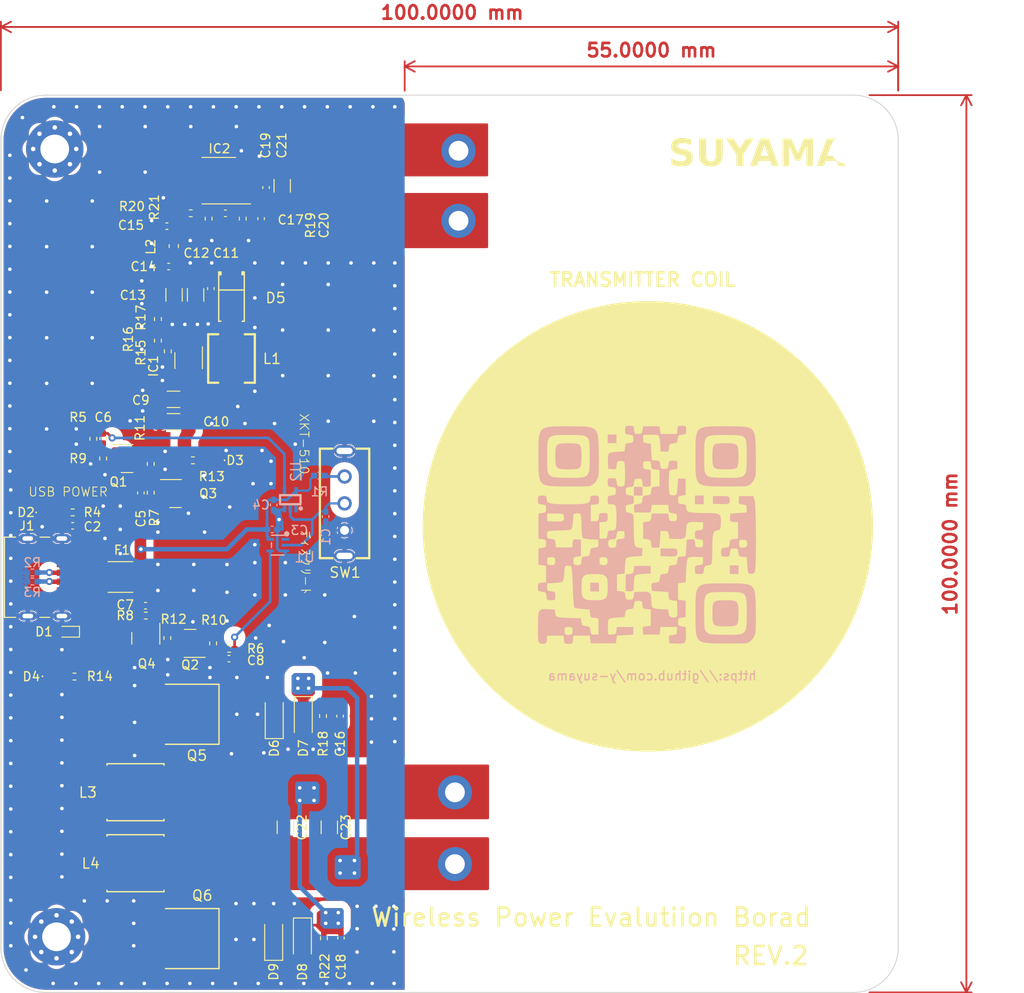
<source format=kicad_pcb>
(kicad_pcb (version 20221018) (generator pcbnew)
  (layers (0 "F.Cu" signal) (31 "B.Cu" signal) (34 "B.Paste" user) (35 "F.Paste" user) (36 "B.SilkS" user "B.Silkscreen") (37 "F.SilkS" user "F.Silkscreen") (38 "B.Mask" user) (39 "F.Mask" user) (44 "Edge.Cuts" user))
  (net 0 "")
  (net 1 "Net-(D5-K)")
  (net 2 "+5V")
  (net 3 "Net-(D6-K)")
  (net 4 "+5V_DISC")
  (net 5 "Net-(D2-A)")
  (net 6 "Net-(D7-K)")
  (net 7 "Net-(IC2-NC)")
  (net 8 "Net-(IC2-FIN)")
  (net 9 "Net-(D8-K)")
  (net 10 "Net-(D5-A)")
  (net 11 "Net-(IC1-FB)")
  (net 12 "Net-(IC2-AIN)")
  (net 13 "GND")
  (net 14 "Net-(SW1-A)")
  (net 15 "Net-(J1-CC2)")
  (net 16 "Net-(J1-CC1)")
  (net 18 "Net-(IC2-OUT)")
  (net 21 "+9V")
  (net 22 "Net-(SW1-B)")
  (net 23 "Net-(R16-Pad1)")
  (net 24 "Net-(D8-A)")
  (net 25 "Net-(D4-A)")
  (net 26 "Net-(IC1-EN)")
  (net 27 "Net-(D3-A)")
  (net 28 "Net-(Q4-G)")
  (net 29 "Net-(Q2-C)")
  (net 30 "Net-(Q3-G)")
  (net 31 "Net-(Q1-C)")
  (net 32 "Net-(Q2-B)")
  (net 33 "Net-(Q1-B)")
  (net 34 "+5V_PSW")
  (net 35 "TXSEL_N")
  (net 36 "TXSEL")
  (footprint "Capacitor_SMD:C_0402_1005Metric_Pad0.74x0.62mm_HandSolder" (layer "F.Cu") (at 109.5 62.5 180)
    (fp_text reference "C15")
    (fp_text value "0.1u" hide)
  )
  (footprint "Capacitor_SMD:C_0402_1005Metric_Pad0.74x0.62mm_HandSolder" (layer "F.Cu") (at 109.7 67 180)
    (fp_text reference "C14")
    (fp_text value "0.1u" hide)
  )
  (footprint "K1812L30012DR:K1812L30012DR" (layer "F.Cu") (at 104.325 101.6 180)
    (fp_text reference "F1")
    (fp_text value "K1812L30012DR" hide)
  )
  (footprint "Package_TO_SOT_SMD:SOT-23" (layer "F.Cu") (at 112.0875 109 180)
    (fp_text reference "Q2")
    (fp_text value "2SC1815" hide)
  )
  (footprint "YNR6045-680M:IND-SMD_L6.0-W6.0" (layer "F.Cu") (at 106 133.5)
    (fp_text reference "L4")
    (fp_text value "68uH" hide)
  )
  (footprint "Resistor_SMD:R_0402_1005Metric_Pad0.72x0.64mm_HandSolder" (layer "F.Cu") (at 117.950002 61.664998 -90)
    (fp_text reference "R19")
    (fp_text value "47k" hide)
  )
  (footprint "Resistor_SMD:R_0402_1005Metric_Pad0.72x0.64mm_HandSolder" (layer "F.Cu") (at 114.65 108.9975 90)
    (fp_text reference "R10")
    (fp_text value "10k" hide)
  )
  (footprint "MountingHole:MountingHole_3.2mm_M3_Pad_Via" (layer "F.Cu") (at 97.2 141.7)
    (fp_text reference "REF**" hide)
    (fp_text value "MountingHole_3.2mm_M3_Pad_Via" hide)
  )
  (footprint "MountingHole:MountingHole_2.2mm_M2_DIN965_Pad" (layer "F.Cu") (at 142 61.9)
    (fp_text reference "REF**" hide)
    (fp_text value "MountingHole_2.2mm_M2_DIN965_Pad" hide)
  )
  (footprint "Diode_SMD:D_SOD-123" (layer "F.Cu") (at 121.4615 117.25 90)
    (fp_text reference "D6")
    (fp_text value "BZT52C16" hide)
  )
  (footprint "Resistor_SMD:R_0402_1005Metric_Pad0.72x0.64mm_HandSolder" (layer "F.Cu") (at 126.9 117.1025 -90)
    (fp_text reference "R18")
    (fp_text value "100" hide)
  )
  (footprint "Resistor_SMD:R_0402_1005Metric_Pad0.72x0.64mm_HandSolder" (layer "F.Cu") (at 99.2025 112.7 180)
    (fp_text reference "R14")
    (fp_text value "1k" hide)
  )
  (footprint "Capacitor_SMD:C_1206_3216Metric_Pad1.33x1.80mm_HandSolder" (layer "F.Cu") (at 110.2375 81.8 180)
    (fp_text reference "C9")
    (fp_text value "10uF" hide)
  )
  (footprint "Capacitor_SMD:C_0402_1005Metric_Pad0.74x0.62mm_HandSolder" (layer "F.Cu") (at 106.6 92.2325 90)
    (fp_text reference "C5")
    (fp_text value "0.1u" hide)
  )
  (footprint "Resistor_SMD:R_0402_1005Metric_Pad0.72x0.64mm_HandSolder" (layer "F.Cu") (at 127 141.86 -90)
    (fp_text reference "R22")
    (fp_text value "100" hide)
  )
  (footprint "Capacitor_SMD:C_0402_1005Metric_Pad0.74x0.62mm_HandSolder" (layer "F.Cu") (at 116.0175 61.0675)
    (fp_text reference "C17")
    (fp_text value "120pF" hide)
  )
  (footprint "Capacitor_SMD:C_0402_1005Metric_Pad0.74x0.62mm_HandSolder" (layer "F.Cu") (at 102.4 86.1675 90)
    (fp_text reference "C6")
    (fp_text value "47p" hide)
  )
  (footprint "Resistor_SMD:R_0402_1005Metric_Pad0.72x0.64mm_HandSolder" (layer "F.Cu") (at 116.4475 109.6 180)
    (fp_text reference "R6")
    (fp_text value "10k" hide)
  )
  (footprint "LED_SMD:LED_0402_1005Metric_Pad0.77x0.64mm_HandSolder" (layer "F.Cu") (at 114.6675 88.6 180)
    (fp_text reference "D3")
    (fp_text value "XL-1005UWC" hide)
  )
  (footprint "Resistor_SMD:R_0402_1005Metric_Pad0.72x0.64mm_HandSolder" (layer "F.Cu") (at 109.55 108.4025 -90)
    (fp_text reference "R12")
    (fp_text value "330" hide)
  )
  (footprint "FXL0530-100-M:FXL0530-100-M" (layer "F.Cu") (at 116.7 77.25 90)
    (fp_text reference "L1")
    (fp_text value "FXL0530-100-M" hide)
  )
  (footprint "Resistor_SMD:R_0402_1005Metric_Pad0.72x0.64mm_HandSolder" (layer "F.Cu") (at 107.7 92.2025 90)
    (fp_text reference "R7")
    (fp_text value "3k" hide)
  )
  (footprint "UJC-HP-3-SMT-TR:CUI_UJC-HP-3-SMT-TR" (layer "F.Cu") (at 97.795 101.63 -90)
    (fp_text reference "J1")
    (fp_text value "UJC-HP-3-SMT-TR" hide)
  )
  (footprint "MountingHole:MountingHole_2.2mm_M2_DIN965_Pad" (layer "F.Cu") (at 141.6 133.6)
    (fp_text reference "REF**" hide)
    (fp_text value "MountingHole_2.2mm_M2_DIN965_Pad" hide)
  )
  (footprint "Resistor_SMD:R_0402_1005Metric_Pad0.72x0.64mm_HandSolder" (layer "F.Cu") (at 102.4 88.395 -90)
    (fp_text reference "R9")
    (fp_text value "10k" hide)
  )
  (footprint "Capacitor_SMD:C_0402_1005Metric_Pad0.74x0.62mm_HandSolder" (layer "F.Cu") (at 120 61.6675 -90)
    (fp_text reference "C20")
    (fp_text value "0.1u" hide)
  )
  (footprint "SS12F44G4:SW-TH_SHOU-HAN_SS12F44G4" (layer "F.Cu") (at 129.3 93.4 -90)
    (fp_text reference "SW1")
    (fp_text value "SS12F44G4" hide)
  )
  (footprint "Diode_SMD:D_SOD-123" (layer "F.Cu") (at 124.7 117.2875 -90)
    (fp_text reference "D7")
    (fp_text value "B5819W" hide)
  )
  (footprint "Resistor_SMD:R_0402_1005Metric_Pad0.72x0.64mm_HandSolder" (layer "F.Cu") (at 114.150002 61.665 90)
    (fp_text reference "R21")
    (fp_text value "47k" hide)
  )
  (footprint "Package_TO_SOT_SMD:SOT-23" (layer "F.Cu") (at 105.0625 88.3975)
    (fp_text reference "Q1")
    (fp_text value "2SC1815" hide)
  )
  (footprint "Package_TO_SOT_SMD:SOT-23" (layer "F.Cu") (at 107.15 108.4375 -90)
    (fp_text reference "Q4")
    (fp_text value "HL3401" hide)
  )
  (footprint "YNR6045-680M:IND-SMD_L6.0-W6.0" (layer "F.Cu") (at 106 125.5875 180)
    (fp_text reference "L3")
    (fp_text value "68uH" hide)
  )
  (footprint "Capacitor_SMD:C_1206_3216Metric_Pad1.33x1.80mm_HandSolder" (layer "F.Cu") (at 127.6 129.5 -90)
    (fp_text reference "C23")
    (fp_text value "0.15u" hide)
  )
  (footprint "30N06:TO-252-2_L6.6-W6.1-P4.57-LS9.9-BR-CW" (layer "F.Cu") (at 113.924 116.9)
    (fp_text reference "Q5")
    (fp_text value "30N06" hide)
  )
  (footprint "Capacitor_SMD:C_0402_1005Metric_Pad0.74x0.62mm_HandSolder" (layer "F.Cu") (at 128.9 141.83 -90)
    (fp_text reference "C18")
    (fp_text value "0.01uF" hide)
  )
  (footprint "Resistor_SMD:R_0402_1005Metric_Pad0.72x0.64mm_HandSolder" (layer "F.Cu") (at 107.1475 105.9)
    (fp_text reference "R8")
    (fp_text value "3k" hide)
  )
  (footprint "Resistor_SMD:R_0402_1005Metric_Pad0.72x0.64mm_HandSolder" (layer "F.Cu") (at 112.3975 88.6)
    (fp_text reference "R13")
    (fp_text value "1k" hide)
  )
  (footprint "MountingHole:MountingHole_3.2mm_M3" (layer "F.Cu") (at 185.1 53.9)
    (fp_text reference "REF**" hide)
    (fp_text value "MountingHole_3.2mm_M3" hide)
  )
  (footprint "Capacitor_SMD:C_0402_1005Metric_Pad0.74x0.62mm_HandSolder" (layer "F.Cu") (at 98.9975 95.9 180)
    (fp_text reference "C2")
    (fp_text value "0.1u" hide)
  )
  (footprint "Capacitor_SMD:C_0402_1005Metric_Pad0.74x0.62mm_HandSolder" (layer "F.Cu") (at 128.8 117.105 -90)
    (fp_text reference "C16")
    (fp_text value "0.01uF" hide)
  )
  (footprint "Diode_SMD:D_SOD-123" (layer "F.Cu") (at 124.6 141.9625 -90)
    (fp_text reference "D8")
    (fp_text value "B5819W" hide)
  )
  (footprint "MountingHole:MountingHole_2.2mm_M2_DIN965_Pad" (layer "F.Cu") (at 141.6 125.6)
    (fp_text reference "REF**" hide)
    (fp_text value "MountingHole_2.2mm_M2_DIN965_Pad" hide)
  )
  (footprint "Capacitor_SMD:C_0402_1005Metric_Pad0.74x0.62mm_HandSolder" (layer "F.Cu") (at 116.4175 110.7)
    (fp_text reference "C8")
    (fp_text value "47p" hide)
  )
  (footprint "SS34:SS34" (layer "F.Cu") (at 116.7 70.5 -90)
    (fp_text reference "D5")
    (fp_text value "SS34" hide)
  )
  (footprint "Capacitor_SMD:C_1206_3216Metric_Pad1.33x1.80mm_HandSolder" (layer "F.Cu") (at 122.7 129.5 -90)
    (fp_text reference "C22")
    (fp_text value "0.15u" hide)
  )
  (footprint "Resistor_SMD:R_0402_1005Metric_Pad0.72x0.64mm_HandSolder" (layer "F.Cu") (at 112.1525 61.0675 180)
    (fp_text reference "R20")
    (fp_text value "9.1k" hide)
  )
  (footprint "LESD5D5-0CT1G:D_SOD-523" (layer "F.Cu") (at 98.5 107.7 180)
    (fp_text reference "D1")
    (fp_text value "LESD5D5-0CT1G" hide)
  )
  (footprint "Capacitor_SMD:C_1206_3216Metric_Pad1.33x1.80mm_HandSolder" (layer "F.Cu") (at 110.2375 84.3 180)
    (fp_text reference "C10")
    (fp_text value "10uF" hide)
  )
  (footprint "Inductor_SMD:L_0603_1608Metric_Pad1.05x0.95mm_HandSolder" (layer "F.Cu") (at 110.2675 64.725 90)
    (fp_text reference "L2")
    (fp_text value "FBMH1608HM101" hide)
  )
  (footprint "Diode_SMD:D_SOD-123" (layer "F.Cu") (at 121.4 141.9625 90)
    (fp_text reference "D9")
    (fp_text value "BZT52C16" hide)
  )
  (footprint "LED_SMD:LED_0402_1005Metric_Pad0.77x0.64mm_HandSolder" (layer "F.Cu") (at 96.8975 112.668)
    (fp_text reference "D4")
    (fp_text value "XL-1005UYC" hide)
  )
  (footprint "Capacitor_SMD:C_1206_3216Metric_Pad1.33x1.80mm_HandSolder" (layer "F.Cu") (at 122.35 58.005 90)
    (fp_text reference "C21")
    (fp_text value "22uF" hide)
  )
  (footprint "30N06:TO-252-2_L6.6-W6.1-P4.57-LS9.9-BR-CW" (layer "F.Cu") (at 113.924 141.9)
    (fp_text reference "Q6")
    (fp_text value "30N06" hide)
  )
  (footprint "Resistor_SMD:R_0402_1005Metric_Pad0.72x0.64mm_HandSolder" (layer "F.Cu") (at 101.3 86.1975 -90)
    (fp_text reference "R5")
    (fp_text value "10k" hide)
  )
  (footprint "Package_TO_SOT_SMD:TSOT-23-6_HandSoldering" (layer "F.Cu") (at 111.95 77.49 -90)
    (fp_text reference "IC1")
    (fp_text value "SX1308" hide)
  )
  (footprint "Package_SO:SOP-8_3.76x4.96mm_P1.27mm" (layer "F.Cu") (at 115.2875 57.4325 180)
    (fp_text reference "IC2")
    (fp_text value "XKT510" hide)
  )
  (footprint "Capacitor_SMD:C_0402_1005Metric_Pad0.74x0.62mm_HandSolder" (layer "F.Cu") (at 107.1175 104.8)
    (fp_text reference "C7")
    (fp_text value "0.1u" hide)
  )
  (footprint "Resistor_SMD:R_0402_1005Metric_Pad0.72x0.64mm_HandSolder" (layer "F.Cu") (at 108.5 72.8525 -90)
    (fp_text reference "R17")
    (fp_text value "15k" hide)
  )
  (footprint "Resistor_SMD:R_0402_1005Metric_Pad0.72x0.64mm_HandSolder" (layer "F.Cu") (at 109.6 76.45 -90)
    (fp_text reference "R15")
    (fp_text value "8.2k" hide)
  )
  (footprint "Resistor_SMD:R_0402_1005Metric_Pad0.72x0.64mm_HandSolder" (layer "F.Cu") (at 107.7 89 90)
    (fp_text reference "R11")
    (fp_text value "330" hide)
  )
  (footprint "MountingHole:MountingHole_3.2mm_M3" (layer "F.Cu") (at 185.6 141.6)
    (fp_text reference "REF**" hide)
    (fp_text value "MountingHole_3.2mm_M3" hide)
  )
  (footprint "Capacitor_SMD:C_0402_1005Metric_Pad0.74x0.62mm_HandSolder" (layer "F.Cu") (at 114.4 69.4675 -90)
    (fp_text reference "C11")
    (fp_text value "0.1u" hide)
  )
  (footprint "MountingHole:MountingHole_3.2mm_M3_Pad_Via" (layer "F.Cu") (at 97 53.9)
    (fp_text reference "REF**" hide)
    (fp_text value "MountingHole_3.2mm_M3_Pad_Via" hide)
  )
  (footprint "Capacitor_SMD:C_1206_3216Metric_Pad1.33x1.80mm_HandSolder" (layer "F.Cu") (at 110.3 70.1625 -90)
    (fp_text reference "C13")
    (fp_text value "22uF" hide)
  )
  (footprint "MountingHole:MountingHole_2.2mm_M2_DIN965_Pad" (layer "F.Cu") (at 142 54.1)
    (fp_text reference "REF**" hide)
    (fp_text value "MountingHole_2.2mm_M2_DIN965_Pad" hide)
  )
  (footprint "Capacitor_SMD:C_1206_3216Metric_Pad1.33x1.80mm_HandSolder" (layer "F.Cu") (at 112.7 70.1625 -90)
    (fp_text reference "C12")
    (fp_text value "22uF" hide)
  )
  (footprint "Resistor_SMD:R_0402_1005Metric_Pad0.72x0.64mm_HandSolder" (layer "F.Cu") (at 98.9975 94.4 180)
    (fp_text reference "R4")
    (fp_text value "1k" hide)
  )
  (footprint "LED_SMD:LED_0402_1005Metric_Pad0.77x0.64mm_HandSolder" (layer "F.Cu") (at 96.2 94.4)
    (fp_text reference "D2")
    (fp_text value "XL-1005UBC" hide)
  )
  (footprint "Capacitor_SMD:C_0402_1005Metric_Pad0.74x0.62mm_HandSolder" (layer "F.Cu") (at 120.55 58.2 90)
    (fp_text reference "C19")
    (fp_text value "27nF" hide)
  )
  (footprint "Resistor_SMD:R_0402_1005Metric_Pad0.72x0.64mm_HandSolder" (layer "F.Cu") (at 108.5 75.2525 -90)
    (fp_text reference "R16")
    (fp_text value "100k" hide)
  )
  (footprint "Package_TO_SOT_SMD:SOT-23" (layer "F.Cu") (at 110.4625 92.3)
    (fp_text reference "Q3")
    (fp_text value "HL3401" hide)
  )
  (footprint "Capacitor_SMD:C_0402_1005Metric_Pad0.74x0.62mm_HandSolder" (layer "B.Cu") (at 121.2325 96.3)
    (fp_text reference "C3")
    (fp_text value "0.1u" hide)
  )
  (footprint "Capacitor_SMD:C_0402_1005Metric_Pad0.74x0.62mm_HandSolder" (layer "B.Cu") (at 121.4 93.5675 -90)
    (fp_text reference "C4")
    (fp_text value "0.1u" hide)
  )
  (footprint "Resistor_SMD:R_0402_1005Metric_Pad0.72x0.64mm_HandSolder" (layer "B.Cu") (at 94.5025 101.1 180)
    (fp_text reference "R2")
    (fp_text value "5.1k" hide)
  )
  (footprint "Resistor_SMD:R_0402_1005Metric_Pad0.72x0.64mm_HandSolder" (layer "B.Cu") (at 126.5025 90.3)
    (fp_text reference "R1")
    (fp_text value "10k" hide)
  )
  (footprint "kanato:QR" (layer "B.Cu") (at 163 96.9 180)
    (fp_text reference "G***" hide)
    (fp_text value "LOGO" hide)
  )
  (footprint "74AHC1G14SE-7:SOT-353_L2.1-W1.3-P0.65-LS2.3-BR" (layer "B.Cu") (at 121.856 98.05)
    (fp_text reference "U1")
    (fp_text value "74AHC1G14SE-7" hide)
  )
  (footprint "74LVC1G17SE-7:SOT-353_L2.2-W1.4-P0.65-LS2.4-BL" (layer "B.Cu") (at 123.25 92.99 180)
    (fp_text reference "U2")
    (fp_text value "74LVCE1G126SE-7" hide)
  )
  (footprint "Capacitor_SMD:C_0402_1005Metric_Pad0.74x0.62mm_HandSolder" (layer "B.Cu") (at 127.2 94.8675 -90)
    (fp_text reference "C1")
    (fp_text value "0.1u" hide)
  )
  (footprint "Resistor_SMD:R_0402_1005Metric_Pad0.72x0.64mm_HandSolder" (layer "B.Cu") (at 94.5025 102.1 180)
    (fp_text reference "R3")
    (fp_text value "5.1k" hide)
  )
  (gr_circle (center 163.1 95.95) (end 188.1 95.95) (stroke (width 0.2)) (fill solid) (layer "F.SilkS"))
  (gr_arc (start 96 147.9) (mid 92.464466 146.435534) (end 91 142.9) (stroke (width 0.1)) (layer "Edge.Cuts"))
  (gr_line (start 91 142.9) (end 91 52.9) (stroke (width 0.1)) (layer "Edge.Cuts"))
  (gr_arc (start 91 52.9) (mid 92.464466 49.364466) (end 96 47.9) (stroke (width 0.1)) (layer "Edge.Cuts"))
  (gr_line (start 186 147.9) (end 96 147.9) (stroke (width 0.1)) (layer "Edge.Cuts"))
  (gr_line (start 96 47.9) (end 186 47.9) (stroke (width 0.1)) (layer "Edge.Cuts"))
  (gr_line (start 191 52.9) (end 191 142.9) (stroke (width 0.1)) (layer "Edge.Cuts"))
  (gr_arc (start 191 142.9) (mid 189.535534 146.435534) (end 186 147.9) (stroke (width 0.1)) (layer "Edge.Cuts"))
  (gr_arc (start 186 47.9) (mid 189.535534 49.364466) (end 191 52.9) (stroke (width 0.1)) (layer "Edge.Cuts"))
  (gr_text "https://github.com/y-suyama" (at 175.3 113.2) (layer "B.SilkS") (effects (font (size 1 1)) (justify left bottom mirror)))
  (gr_text "USB POWER" (at 94 92.7) (layer "F.SilkS") (effects (font (size 1 1) (thickness 0.1)) (justify left bottom)))
  (gr_text "REV.2" (at 172.4 145) (layer "F.SilkS") (effects (font (size 2 2) (thickness 0.3) bold) (justify left bottom)))
  (gr_text "ディスクリート" (at 124.3 96.2 -90) (layer "F.SilkS") (effects (font (size 1 1) (thickness 0.1)) (justify left bottom)))
  (gr_text "SUYAMA" (at 165.4 56.3) (layer "F.SilkS") (effects (font (size 3 3) (thickness 0.3) bold italic) (justify left bottom)))
  (gr_text "XKT-510" (at 124.2 83.3 -90) (layer "F.SilkS") (effects (font (size 1 1) (thickness 0.1)) (justify left bottom)))
  (gr_text "TRANSMITTER COIL" (at 152 69.35) (layer "F.SilkS") (effects (font (size 1.5 1.5) (thickness 0.3) bold) (justify left bottom)))
  (gr_text "Wireless Power Evalutiion Borad" (at 132.1 140.7) (layer "F.SilkS") (effects (font (size 2 2) (thickness 0.3) bold) (justify left bottom)))
  (dimension (type aligned) (layer "F.Cu") (pts (xy 91 47.85) (xy 191 47.85)) (height -7.55) (gr_text "100.0000 mm" (at 141.29421 38.7) (layer "F.Cu") (effects (font (size 1.5 1.5) (thickness 0.3)))) (format (prefix "") (suffix "") (units 3) (units_format 1) (precision 4)) (style (thickness 0.2) (arrow_length 1.27) (text_position_mode 2) (extension_height 0.58642) (extension_offset 0.5) keep_text_aligned))
  (dimension (type aligned) (layer "F.Cu") (pts (xy 187.3 47.9) (xy 187.3 147.9)) (height -11.3) (gr_text "100.0000 mm" (at 196.8 97.9 90) (layer "F.Cu") (effects (font (size 1.5 1.5) (thickness 0.3)))) (format (prefix "") (suffix "") (units 3) (units_format 1) (precision 4)) (style (thickness 0.2) (arrow_length 1.27) (text_position_mode 0) (extension_height 0.58642) (extension_offset 0.5) keep_text_aligned))
  (dimension (type aligned) (layer "F.Cu") (pts (xy 191 47.9) (xy 136 47.9)) (height 3.2) (gr_text "55.0000 mm" (at 163.5 42.9) (layer "F.Cu") (effects (font (size 1.5 1.5) (thickness 0.3)))) (format (prefix "") (suffix "") (units 3) (units_format 1) (precision 4)) (style (thickness 0.2) (arrow_length 1.27) (text_position_mode 0) (extension_height 0.58642) (extension_offset 0.5) keep_text_aligned))
  (segment (start 112.5 68.4) (end 112.7 68.6) (width 0.5) (layer "F.Cu") (net 1))
  (segment (start 115 68.3) (end 114.4 68.9) (width 0.5) (layer "F.Cu") (net 1))
  (segment (start 116.7 68.3) (end 115 68.3) (width 0.5) (layer "F.Cu") (net 1))
  (segment (start 108.5 69.25) (end 108.5 72.255) (width 0.5) (layer "F.Cu") (net 1))
  (segment (start 109.15 68.6) (end 108.5 69.25) (width 0.5) (layer "F.Cu") (net 1))
  (segment (start 110.2675 67) (end 110.2675 65.6) (width 0.5) (layer "F.Cu") (net 1))
  (segment (start 112.7 68.6) (end 114.1 68.6) (width 1) (layer "F.Cu") (net 1))
  (segment (start 110.3 68.6) (end 109.15 68.6) (width 0.5) (layer "F.Cu") (net 1))
  (segment (start 121.4615 118.9) (end 124.6625 118.9) (width 1) (layer "F.Cu") (net 3))
  (segment (start 126.9275 117.6725) (end 126.9 117.7) (width 0.3) (layer "F.Cu") (net 3))
  (segment (start 121.4615 118.9) (end 117.638 118.9) (width 1) (layer "F.Cu") (net 3))
  (segment (start 126.9 117.9) (end 125.8625 118.9375) (width 0.3) (layer "F.Cu") (net 3))
  (segment (start 124.6625 118.9) (end 124.7 118.9375) (width 1) (layer "F.Cu") (net 3))
  (segment (start 128.8 117.6725) (end 126.9275 117.6725) (width 0.3) (layer "F.Cu") (net 3))
  (segment (start 117.638 118.9) (end 117.348 119.19) (width 1) (layer "F.Cu") (net 3))
  (segment (start 125.8625 118.9375) (end 124.7 118.9375) (width 0.3) (layer "F.Cu") (net 3))
  (segment (start 126.9 117.7) (end 126.9 117.9) (width 0.3) (layer "F.Cu") (net 3))
  (segment (start 96.7725 94.4) (end 98.4 94.4) (width 0.3) (layer "F.Cu") (net 5))
  (segment (start 126.9325 116.5375) (end 126.9 116.505) (width 0.3) (layer "F.Cu") (net 6))
  (segment (start 125.9375 115.6375) (end 124.7 115.6375) (width 0.3) (layer "F.Cu") (net 6))
  (segment (start 128.8 116.5375) (end 126.9325 116.5375) (width 0.3) (layer "F.Cu") (net 6))
  (segment (start 126.805 116.505) (end 125.9375 115.6375) (width 0.3) (layer "F.Cu") (net 6))
  (segment (start 126.9 116.505) (end 126.805 116.505) (width 0.3) (layer "F.Cu") (net 6))
  (via (at 125.3 114) (size 0.8) (drill 0.4) (layers "F.Cu" "B.Cu") (net 6))
  (via (at 130.4 134.6) (size 0.8) (drill 0.4) (layers "F.Cu" "B.Cu") (net 6))
  (via (at 124.1 114) (size 0.8) (drill 0.4) (layers "F.Cu" "B.Cu") (net 6))
  (via (at 125.3 112.9) (size 0.8) (drill 0.4) (layers "F.Cu" "B.Cu") (net 6))
  (via (at 130.4 133.2) (size 0.8) (drill 0.4) (layers "F.Cu" "B.Cu") (net 6))
  (via (at 128.8 134.6) (size 0.8) (drill 0.4) (layers "F.Cu" "B.Cu") (net 6))
  (via (at 124.1 112.9) (size 0.8) (drill 0.4) (layers "F.Cu" "B.Cu") (net 6))
  (via (at 128.8 133.2) (size 0.8) (drill 0.4) (layers "F.Cu" "B.Cu") (net 6))
  (segment (start 130.7 115.1) (end 130.7 116.2) (width 0.5) (layer "B.Cu") (net 6))
  (segment (start 130.4 133.2) (end 130.7 132.9) (width 0.5) (layer "B.Cu") (net 6))
  (segment (start 129.6 114) (end 130.7 115.1) (width 0.5) (layer "B.Cu") (net 6))
  (segment (start 125.3 114) (end 129.6 114) (width 0.5) (layer "B.Cu") (net 6))
  (segment (start 130.7 132.9) (end 130.7 116.2) (width 0.5) (layer "B.Cu") (net 6))
  (segment (start 115.45 61.0675) (end 114.150002 61.0675) (width 0.3) (layer "F.Cu") (net 7))
  (segment (start 112.75 61.0675) (end 112.75 59.3375) (width 0.3) (layer "F.Cu") (net 7))
  (segment (start 112.75 61.0675) (end 114.150002 61.0675) (width 0.3) (layer "F.Cu") (net 7))
  (segment (start 110.65 58.5) (end 110.65 60.7) (width 0.5) (layer "F.Cu") (net 8))
  (segment (start 111.0825 58.0675) (end 110.65 58.5) (width 0.5) (layer "F.Cu") (net 8))
  (segment (start 111.0175 61.0675) (end 111.555 61.0675) (width 0.5) (layer "F.Cu") (net 8))
  (segment (start 110.65 60.7) (end 111.0175 61.0675) (width 0.5) (layer "F.Cu") (net 8))
  (segment (start 112.75 58.0675) (end 111.0825 58.0675) (width 0.5) (layer "F.Cu") (net 8))
  (segment (start 124.6875 140.4) (end 124.6 140.3125) (width 0.3) (layer "F.Cu") (net 9))
  (segment (start 128.4 139) (end 128.6 139) (width 0.25) (layer "F.Cu") (net 9))
  (segment (start 127 140.4) (end 127 141.4625) (width 0.3) (layer "F.Cu") (net 9))
  (segment (start 127.2 140.2) (end 127 140.4) (width 0.3) (layer "F.Cu") (net 9))
  (segment (start 127.6 127.9375) (end 127.6 127.3) (width 0.25) (layer "F.Cu") (net 9))
  (segment (start 126.9625 141.2625) (end 126.1 140.4) (width 0.3) (layer "F.Cu") (net 9))
  (segment (start 126.1 140.4) (end 124.6875 140.4) (width 0.3) (layer "F.Cu") (net 9))
  (segment (start 127 141.2625) (end 126.9625 141.2625) (width 0.3) (layer "F.Cu") (net 9))
  (segment (start 128.9 141.2625) (end 127 141.2625) (width 0.3) (layer "F.Cu") (net 9))
  (via (at 125.9 125.1) (size 0.8) (drill 0.4) (layers "F.Cu" "B.Cu") (net 9))
  (via (at 124.3 126.5) (size 0.8) (drill 0.4) (layers "F.Cu" "B.Cu") (net 9))
  (via (at 124.3 125.1) (size 0.8) (drill 0.4) (layers "F.Cu" "B.Cu") (net 9))
  (via (at 127.2 139) (size 0.8) (drill 0.4) (layers "F.Cu" "B.Cu") (net 9))
  (via (at 128.6 140.2) (size 0.8) (drill 0.4) (layers "F.Cu" "B.Cu") (net 9))
  (via (at 127.2 140.2) (size 0.8) (drill 0.4) (layers "F.Cu" "B.Cu") (net 9))
  (via (at 125.9 126.5) (size 0.8) (drill 0.4) (layers "F.Cu" "B.Cu") (net 9))
  (via (at 128.6 139) (size 0.8) (drill 0.4) (layers "F.Cu" "B.Cu") (net 9))
  (segment (start 124.3 136.1) (end 127.2 139) (width 0.5) (layer "B.Cu") (net 9))
  (segment (start 124.3 126.5) (end 124.3 135.9) (width 0.5) (layer "B.Cu") (net 9))
  (segment (start 116.7 75.2) (end 113.48 75.2) (width 1) (layer "F.Cu") (net 10))
  (segment (start 113.48 75.2) (end 112.975 75.705) (width 1) (layer "F.Cu") (net 10))
  (segment (start 116.7 75.2) (end 116.7 72.7) (width 2) (layer "F.Cu") (net 10))
  (segment (start 109.6 75.8525) (end 108.5025 75.8525) (width 0.3) (layer "F.Cu") (net 11))
  (segment (start 108.5025 75.8525) (end 108.5 75.85) (width 0.3) (layer "F.Cu") (net 11))
  (segment (start 109.87 75.78) (end 111 75.78) (width 0.3) (layer "F.Cu") (net 11))
  (segment (start 114.7975 56.7975) (end 115.35 57.35) (width 0.5) (layer "F.Cu") (net 12))
  (segment (start 115.35 57.35) (end 115.35 58.716206) (width 0.5) (layer "F.Cu") (net 12))
  (segment (start 116.55 61.0325) (end 116.585 61.0675) (width 0.5) (layer "F.Cu") (net 12))
  (segment (start 116.585 61.0675) (end 117.95 61.0675) (width 0.3) (layer "F.Cu") (net 12))
  (segment (start 115.35 58.716206) (end 116.55 59.916206) (width 0.5) (layer "F.Cu") (net 12))
  (segment (start 112.75 56.7975) (end 114.7975 56.7975) (width 0.5) (layer "F.Cu") (net 12))
  (segment (start 116.55 59.916206) (end 116.55 61.0325) (width 0.5) (layer "F.Cu") (net 12))
  (segment (start 117.95 61.0675) (end 117.950002 61.067498) (width 0.3) (layer "F.Cu") (net 12))
  (segment (start 120.6125 140.3125) (end 121.4 140.3125) (width 1) (layer "F.Cu") (net 13))
  (segment (start 97.8 96.53) (end 97.8 97.305) (width 0.3) (layer "F.Cu") (net 13))
  (segment (start 109.6 79.25) (end 108.675 80.175) (width 1) (layer "F.Cu") (net 13))
  (segment (start 108.7 81.775) (end 108.675 81.8) (width 0.5) (layer "F.Cu") (net 13))
  (segment (start 114.4 71.25) (end 113.925 71.725) (width 1) (layer "F.Cu") (net 13))
  (segment (start 108.42 62.5) (end 107.8 61.88) (width 0.25) (layer "F.Cu") (net 13))
  (segment (start 111.95 73.9) (end 111.5 73.45) (width 0.5) (layer "F.Cu") (net 13))
  (segment (start 97.8 97.305) (end 97.795 97.31) (width 0.3) (layer "F.Cu") (net 13))
  (segment (start 111.45 77.5) (end 111.95 77) (width 0.5) (layer "F.Cu") (net 13))
  (segment (start 97.795 97.31) (end 97.795 98.875) (width 0.5) (layer "F.Cu") (net 13))
  (segment (start 111.95 75.78) (end 111.95 73.9) (width 0.5) (layer "F.Cu") (net 13))
  (segment (start 97.795 98.875) (end 97.8 98.88) (width 0.5) (layer "F.Cu") (net 13))
  (segment (start 108.675 80.175) (end 108.675 81.8) (width 1) (layer "F.Cu") (net 13))
  (segment (start 117.348 139.61) (end 119.91 139.61) (width 1) (layer "F.Cu") (net 13))
  (segment (start 98.43 95.9) (end 97.8 96.53) (width 0.3) (layer "F.Cu") (net 13))
  (segment (start 109.1325 62.5) (end 108.42 62.5) (width 0.25) (layer "F.Cu") (net 13))
  (segment (start 97.8 104.38) (end 97.8 105.945) (width 0.5) (layer "F.Cu") (net 13))
  (segment (start 108.675 81.8) (end 108.675 84.3) (width 1) (layer "F.Cu") (net 13))
  (segment (start 113.925 71.725) (end 112.7 71.725) (width 1) (layer "F.Cu") (net 13))
  (segment (start 97.795 97.31) (end 93.995 97.31) (width 0.5) (layer "F.Cu") (net 13))
  (segment (start 120.7715 114.91) (end 121.4615 115.6) (width 1) (layer "F.Cu") (net 13))
  (segment (start 114.4 70.035) (end 114.4 71.25) (width 1) (layer "F.Cu") (net 13))
  (segment (start 117.348 114.61) (end 117.648 114.91) (width 1) (layer "F.Cu") (net 13))
  (segment (start 111.45 77.5) (end 110.0525 77.5) (width 0.5) (layer "F.Cu") (net 13))
  (segment (start 117.648 114.91) (end 120.7715 114.91) (width 1) (layer "F.Cu") (net 13))
  (segment (start 110.0525 77.5) (end 109.6 77.0475) (width 0.5) (layer "F.Cu") (net 13))
  (segment (start 93.995 105.95) (end 97.795 105.95) (width 0.5) (layer "F.Cu") (net 13))
  (segment (start 97.8 105.945) (end 97.795 105.95) (width 0.5) (layer "F.Cu") (net 13))
  (segment (start 111.95 77) (end 111.95 75.78) (width 0.5) (layer "F.Cu") (net 13))
  (segment (start 109.6 77.0475) (end 109.6 79.25) (width 0.5) (layer "F.Cu") (net 13))
  (segment (start 119.91 139.61) (end 120.6125 140.3125) (width 1) (layer "F.Cu") (net 13))
  (via (at 123.8 86.8) (size 0.8) (drill 0.4) (layers "F.Cu" "B.Cu") (net 13))
  (via (at 92.1 99.52) (size 0.8) (drill 0.4) (layers "F.Cu" "B.Cu") (net 13))
  (via (at 101.18 64.78) (size 0.8) (drill 0.4) (layers "F.Cu" "B.Cu") (net 13))
  (via (at 111.9 94.5) (size 0.8) (drill 0.4) (layers "F.Cu" "B.Cu") (net 13))
  (via (at 124.8 110.6) (size 0.8) (drill 0.4) (layers "F.Cu" "B.Cu") (net 13))
  (via (at 108.5 95.5) (size 0.8) (drill 0.4) (layers "F.Cu" "B.Cu") (net 13))
  (via (at 101.98 49.2) (size 0.8) (drill 0.4) (layers "F.Cu" "B.Cu") (net 13))
  (via (at 134.9 92) (size 0.8) (drill 0.4) (layers "F.Cu" "B.Cu") (net 13))
  (via (at 134.9 79.3) (size 0.8) (drill 0.4) (layers "F.Cu" "B.Cu") (net 13))
  (via (at 116.2 106.5) (size 0.8) (drill 0.4) (layers "F.Cu" "B.Cu") (net 13))
  (via (at 113.6 90.3) (size 0.8) (drill 0.4) (layers "F.Cu" "B.Cu") (net 13))
  (via (at 120.3 121.2) (size 0.8) (drill 0.4) (layers "F.Cu" "B.Cu") (net 13))
  (via (at 105.9 111.7) (size 0.8) (drill 0.4) (layers "F.Cu" "B.Cu") (net 13))
  (via (at 118.6 64.1) (size 0.8) (drill 0.4) (layers "F.Cu" "B.Cu") (net 13))
  (via (at 109.3 87.6) (size 0.8) (drill 0.4) (layers "F.Cu" "B.Cu") (net 13))
  (via (at 119.4 108.4) (size 0.8) (drill 0.4) (layers "F.Cu" "B.Cu") (net 13))
  (via (at 132.56 74.08) (size 0.8) (drill 0.4) (layers "F.Cu" "B.Cu") (net 13))
  (via (at 104.3 93.7) (size 0.8) (drill 0.4) (layers "F.Cu" "B.Cu") (net 13))
  (via (at 92 62.22) (size 0.8) (drill 0.4) (layers "F.Cu" "B.Cu") (net 13))
  (via (at 105.4 84.2) (size 0.8) (drill 0.4) (layers "F.Cu" "B.Cu") (net 13))
  (via (at 112.4 106.6) (size 0.8) (drill 0.4) (layers "F.Cu" "B.Cu") (net 13))
  (via (at 116.7 121.3) (size 0.8) (drill 0.4) (layers "F.Cu" "B.Cu") (net 13))
  (via (at 127.4 112.3) (size 0.8) (drill 0.4) (layers "F.Cu" "B.Cu") (net 13))
  (via (at 99.36 146.9) (size 0.8) (drill 0.4) (layers "F.Cu" "B.Cu") (net 13))
  (via (at 105.9 117.8) (size 0.8) (drill 0.4) (layers "F.Cu" "B.Cu") (net 13))
  (via (at 134.9 76.76) (size 0.8) (drill 0.4) (layers "F.Cu" "B.Cu") (net 13))
  (via (at 113.6 92.7) (size 0.8) (drill 0.4) (layers "F.Cu" "B.Cu") (net 13))
  (via (at 102 56.48) (size 0.8) (drill 0.4) (layers "F.Cu" "B.Cu") (net 13))
  (via (at 106.7 76.22) (size 0.8) (drill 0.4) (layers "F.Cu" "B.Cu") (net 13))
  (via (at 107.06 49.2) (size 0.8) (drill 0.4) (layers "F.Cu" "B.Cu") (net 13))
  (via (at 110.1 73.45) (size 0.8) (drill 0.4) (layers "F.Cu" "B.Cu") (net 13))
  (via (at 117.3 116.9) (size 0.8) (drill 0.4) (layers "F.Cu" "B.Cu") (net 13))
  (via (at 122.3 49.2) (size 0.8) (drill 0.4) (layers "F.Cu" "B.Cu") (net 13))
  (via (at 101.9 146.9) (size 0.8) (drill 0.4) (layers "F.Cu" "B.Cu") (net 13))
  (via (at 119.3 66.6) (size 0.8) (drill 0.4) (layers "F.Cu" "B.Cu") (net 13))
  (via (at 122.4 69) (size 0.8) (drill 0.4) (layers "F.Cu" "B.Cu") (net 13))
  (via (at 120.9 107) (size 0.8) (drill 0.4) (layers "F.Cu" "B.Cu") (net 13))
  (via (at 114.3 112.8) (size 0.8) (drill 0.4) (layers "F.Cu" "B.Cu") (net 13))
  (via (at 99.4 86.8) (size 0.8) (drill 0.4) (layers "F.Cu" "B.Cu") (net 13))
  (via (at 93.8 145.4) (size 0.8) (drill 0.4) (layers "F.Cu" "B.Cu") (net 13))
  (via (at 92.1 109.68) (size 0.8) (drill 0.4) (layers "F.Cu" "B.Cu") (net 13))
  (via (at 102.4 93.7) (size 0.8) (drill 0.4) (layers "F.Cu" "B.Cu") (net 13))
  (via (at 92 57.14) (size 0.8) (drill 0.4) (layers "F.Cu" "B.Cu") (net 13))
  (via (at 120.1 87.5) (size 0.8) (drill 0.4) (layers "F.Cu" "B.Cu") (net 13))
  (via (at 101.18 69.86) (size 0.8) (drill 0.4) (layers "F.Cu" "B.Cu") (net 13))
  (via (at 102.6 97.3) (size 0.8) (drill 0.4) (layers "F.Cu" "B.Cu") (net 13))
  (via (at 134.9 117.4) (size 0.8) (drill 0.4) (layers "F.Cu" "B.Cu") (net 13))
  (via (at 92 85.08) (size 0.8) (drill 0.4) (layers "F.Cu" "B.Cu") (net 13))
  (via (at 119.3 70.5) (size 0.8) (drill 0.4) (layers "F.Cu" "B.Cu") (net 13))
  (via (at 104.44 146.9) (size 0.8) (drill 0.4) (layers "F.Cu" "B.Cu") (net 13))
  (via (at 122 95.2) (size 0.8) (drill 0.4) (layers "F.Cu" "B.Cu") (net 13))
  (via (at 92 59.68) (size 0.8) (drill 0.4) (layers "F.Cu" "B.Cu") (net 13))
  (via (at 134.9 81.84) (size 0.8) (drill 0.4) (layers "F.Cu" "B.Cu") (net 13))
  (via (at 92.1 130) (size 0.8) (drill 0.4) (layers "F.Cu" "B.Cu") (net 13))
  (via (at 109.52 146.9) (size 0.8) (drill 0.4) (layers "F.Cu" "B.Cu") (net 13))
  (via (at 119.76 49.2) (size 0.8) (drill 0.4) (layers "F.Cu" "B.Cu") (net 13))
  (via (at 132.46 49.2) (size 0.8) (drill 0.4) (layers "F.Cu" "B.Cu") (net 13))
  (via (at 92.1 114.76) (size 0.8) (drill 0.4) (layers "F.Cu" "B.Cu") (net 13))
  (via (at 124.84 49.2) (size 0.8) (drill 0.4) (layers "F.Cu" "B.Cu") (net 13))
  (via (at 130.7 143.4) (size 0.8) (drill 0.4) (layers "F.Cu" "B.Cu") (net 13))
  (via (at 97.8 114.7) (size 0.8) (drill 0.4) (layers "F.Cu" "B.Cu") (net 13))
  (via (at 119.2 138) (size 0.8) (drill 0.4) (layers "F.Cu" "B.Cu") (net 13))
  (via (at 124.76 146.9) (size 0.8) (drill 0.4) (layers "F.Cu" "B.Cu") (net 13))
  (via (at 111.5 73.45) (size 0.8) (drill 0.4) (layers "F.Cu" "B.Cu") (net 13))
  (via (at 134.9 119.94) (size 0.8) (drill 0.4) (layers "F.Cu" "B.Cu") (net 13))
  (via (at 130.7 138.3) (size 0.8) (drill 0.4) (layers "F.Cu" "B.Cu") (net 13))
  (via (at 134.9 102.16) (size 0.8) (drill 0.4) (layers "F.Cu" "B.Cu") (net 13))
  (via (at 101.18 74.94) (size 0.8) (drill 0.4) (layers "F.Cu" "B.Cu") (net 13))
  (via (at 117.2 138) (size 0.8) (drill 0.4) (layers "F.Cu" "B.Cu") (net 13))
  (via (at 122.22 146.9) (size 0.8) (drill 0.4) (layers "F.Cu" "B.Cu") (net 13))
  (via (at 112.5 100.2) (size 0.8) (drill 0.4) (layers "F.Cu" "B.Cu") (net 13))
  (via (at 127.48 69) (size 0.8) (drill 0.4) (layers "F.Cu" "B.Cu") (net 13))
  (via (at 96.1 64.78) (size 0.8) (drill 0.4) (layers "F.Cu" "B.Cu") (net 13))
  (via (at 92.1 104.6) (size 0.8) (drill 0.4) (layers "F.Cu" "B.Cu") (net 13))
  (via (at 130.02 66.6) (size 0.8) (drill 0.4) (layers "F.Cu" "B.Cu") (net 13))
  (via (at 102.6 90.2) (size 0.8) (drill 0.4) (layers "F.Cu" "B.Cu") (net 13))
  (via (at 104.52 49.2) (size 0.8) (drill 0.4) (layers "F.Cu" "B.Cu") (net 13))
  (via (at 101.18 80.02) (size 0.8) (drill 0.4) (layers "F.Cu" "B.Cu") (net 13))
  (via (at 108.5 103.1) (size 0.8) (drill 0.4) (layers "F.Cu" "B.Cu") (net 13))
  (via (at 122.7 103.6) (size 0.8) (drill 0.4) (layers "F.Cu" "B.Cu") (net 13))
  (via (at 113.7 96.6) (size 0.8) (drill 0.4) (layers "F.Cu" "B.Cu") (net 13))
  (via (at 117.8 54.1) (size 0.8) (drill 0.4) (layers "F.Cu" "B.Cu") (net 13))
  (via (at 122.4 79.16) (size 0.8) (drill 0.4) (layers "F.Cu" "B.Cu") (net 13))
  (via (at 117.14 146.9) (size 0.8) (drill 0.4) (layers "F.Cu" "B.Cu") (net 13))
  (via (at 92.1 102.06) (size 0.8) (drill 0.4) (layers "F.Cu" "B.Cu") (net 13))
  (via (at 109.6 110.8) (size 0.8) (drill 0.4) (layers "F.Cu" "B.Cu") (net 13))
  (via (at 127.38 49.2) (size 0.8) (drill 0.4) (layers "F.Cu" "B.Cu") (net 13))
  (via (at 122.4 74.08) (size 0.8) (drill 0.4) (layers "F.Cu" "B.Cu") (net 13))
  (via (at 117.24 51.4) (size 0.8) (drill 0.4) (layers "F.Cu" "B.Cu") (net 13))
  (via (at 132.38 146.9) (size 0.8) (drill 0.4) (layers "F.Cu" "B.Cu") (net 13))
  (via (at 134.9 71.68) (size 0.8) (drill 0.4) (layers "F.Cu" "B.Cu") (net 13))
  (via (at 92 64.76) (size 0.8) (drill 0.4) (layers "F.Cu" "B.Cu") (net 13))
  (via (at 95.6 96) (size 0.8) (drill 0.4) (layers "F.Cu" "B.Cu") (net 13))
  (via (at 127.3 146.9) (size 0.8) (drill 0.4) (layers "F.Cu" "B.Cu") (net 13))
  (via (at 134.9 49.2) (size 0.8) (drill 0.4) (layers "F.Cu" "B.Cu") (net 13))
  (via (at 97.8 129.94) (size 0.8) (drill 0.4) (layers "F.Cu" "B.Cu") (net 13))
  (via (at 118.2 84.5) (size 0.8) (drill 0.4) (layers "F.Cu" "B.Cu") (net 13))
  (via (at 102 51.4) (size 0.8) (drill 0.4) (layers "F.Cu" "B.Cu") (net 13))
  (via (at 134.9 69.14) (size 0.8) (drill 0.4) (layers "F.Cu" "B.Cu") (net 13))
  (via (at 134.9 109.78) (size 0.8) (drill 0.4) (layers "F.Cu" "B.Cu") (net 13))
  (via (at 109 79.7) (size 0.8) (drill 0.4) (layers "F.Cu" "B.Cu") (net 13))
  (via (at 105.8 137.7) (size 0.8) (drill 0.4) (layers "F.Cu" "B.Cu") (net 13))
  (via (at 112.5 103.1) (size 0.8) (drill 0.4) (layers "F.Cu" "B.Cu") (net 13))
  (via (at 109.6 49.2) (size 0.8) (drill 0.4) (layers "F.Cu" "B.Cu") (net 13))
  (via (at 122.4 66.6) (size 0.8) (drill 0.4) (layers "F.Cu" "B.Cu") (net 13))
  (via (at 92.1 122.38) (size 0.8) (drill 0.4) (layers "F.Cu" "B.Cu") (net 13))
  (via (at 105.8 142.7) (size 0.8) (drill 0.4) (layers "F.Cu" "B.Cu") (net 13))
  (via (at 105.9 113.7) (size 0.8) (drill 0.4) (layers "F.Cu" "B.Cu") (net 13))
  (via (at 92.1 112.22) (size 0.8) (drill 0.4) (layers "F.Cu" "B.Cu") (net 13))
  (via (at 134.9 97.08) (size 0.8) (drill 0.4) (layers "F.Cu" "B.Cu") (net 13))
  (via (at 116.1 87.5) (size 0.8) (drill 0.4) (layers "F.Cu" "B.Cu") (net 13))
  (via (at 92.1 94.44) (size 0.8) (drill 0.4) (layers "F.Cu" "B.Cu") (net 13))
  (via (at 100.3 137.7) (size 0.8) (drill 0.4) (layers "F.Cu" "B.Cu") (net 13))
  (via (at 93.4 50.4) (size 0.8) (drill 0.4) (layers "F.Cu" "B.Cu") (net 13))
  (via (at 114.5 66.6) (size 0.8) (drill 0.4) (layers "F.Cu" "B.Cu") (net 13))
  (via (at 105.8 140.2) (size 0.8) (drill 0.4) (layers "F.Cu" "B.Cu") (net 13))
  (via (at 109.3 89.6) (size 0.8) (drill 0.4) (layers "F.Cu" "B.Cu") (net 13))
  (via (at 114.1 73.4) (size 0.8) (drill 0.4) (layers "F.Cu" "B.Cu") (net 13))
  (via (at 122.7 100) (size 0.8) (drill 0.4) (layers "F.Cu" "B.Cu") (net 13))
  (via (at 97.8 109.7) (size 0.8) (drill 0.4) (layers "F.Cu" "B.Cu") (net 13))
  (via (at 92 89.8) (size 0.8) (drill 0.4) (layers "F.Cu" "B.Cu") (net 13))
  (via (at 117.22 49.2) (size 0.8) (drill 0.4) (layers "F.Cu" "B.Cu") (net 13))
  (via (at 101.18 59.7) (size 0.8) (drill 0.4) (layers "F.Cu" "B.Cu") (net 13))
  (via (at 119.3 73.8) (size 0.8) (drill 0.4) (layers "F.Cu" "B.Cu") (net 13))
  (via (at 134.9 99.62) (size 0.8) (drill 0.4) (layers "F.Cu" "B.Cu") (net 13))
  (via (at 92 67.3) (size 0.8) (drill 0.4) (layers "F.Cu" "B.Cu") (net 13))
  (via (at 114.5 84.5) (size 0.8) (drill 0.4) (layers "F.Cu" "B.Cu") (net 13))
  (via (at 92 82.54) (size 0.8) (drill 0.4) (layers "F.Cu" "B.Cu") (net 13))
  (via (at 132.8 138.3) (size 0.8) (drill 0.4) (layers "F.Cu" "B.Cu") (net 13))
  (via (at 92.1 127.46) (size 0.8) (drill 0.4) (layers "F.Cu" "B.Cu") (net 13))
  (via (at 119.6 116.9) (size 0.8) (drill 0.4) (layers "F.Cu" "B.Cu") (net 13))
  (via (at 102.84 137.7) (size 0.8) (drill 0.4) (layers "F.Cu" "B.Cu") (net 13))
  (via (at 106.7 71.14) (size 0.8) (drill 0.4) (layers "F.Cu" "B.Cu") (net 13))
  (via (at 125.8 120.8) (size 0.8) (drill 0.4) (layers "F.Cu" "B.Cu") (net 13))
  (via (at 128.7 120.8) (size 0.8) (drill 0.4) (layers "F.Cu" "B.Cu") (net 13))
  (via (at 92 72.38) (size 0.8) (drill 0.4) (layers "F.Cu" "B.Cu") (net 13))
  (via (at 114.68 49.2) (size 0.8) (drill 0.4) (layers "F.Cu" "B.Cu") (net 13))
  (via (at 123.7 138) (size 0.8) (drill 0.4) (layers "F.Cu" "B.Cu") (net 13))
  (via (at 104.3 99) (size 0.8) (drill 0.4) (layers "F.Cu" "B.Cu") (net 13))
  (via (at 130.4 106) (size 0.8) (drill 0.4) (layers "F.Cu" "B.Cu") (net 13))
  (via (at 107.8 66.96) (size 0.8) (drill 0.4) (layers "F.Cu" "B.Cu") (net 13))
  (via (at 92 69.84) (size 0.8) (drill 0.4) (layers "F.Cu" "B.Cu") (net 13))
  (via (at 134.9 74.22) (size 0.8) (drill 0.4) (layers "F.Cu" "B.Cu") (net 13))
  (via (at 112.1 64.1) (size 0.8) (drill 0.4) (layers "F.Cu" "B.Cu") (net 13))
  (via (at 119.1 91.2) (size 0.8) (drill 0.4) (layers "F.Cu" "B.Cu") (net 13))
  (via (at 122.5 108.8) (size 0.8) (drill 0.4) (layers "F.Cu" "B.Cu") (net 13))
  (via (at 97.8 119.78) (size 0.8) (drill 0.4) (layers "F.Cu" "B.Cu") (net 13))
  (via (at 92.1 117.3) (size 0.8) (drill 0.4) (layers "F.Cu" "B.Cu") (net 13))
  (via (at 106.7 73.68) (size 0.8) (drill 0.4) (layers "F.Cu" "B.Cu") (net 13))
  (via (at 104.3 96.3) (size 0.8) (drill 0.4) (layers "F.Cu" "B.Cu") (net 13))
  (via (at 129.92 49.2) (size 0.8) (drill 0.4) (layers "F.Cu" "B.Cu") (net 13))
  (via (at 127.48 74.08) (size 0.8) (drill 0.4) (layers "F.Cu" "B.Cu") (net 13))
  (via (at 130.7 140.8) (size 0.8) (drill 0.4) (layers "F.Cu" "B.Cu") (net 13))
  (via (at 121.4 138) (size 0.8) (drill 0.4) (layers "F.Cu" "B.Cu") (net 13))
  (via (at 116.5 93.8) (size 0.8) (drill 0.4) (layers "F.Cu" "B.Cu") (net 13))
  (via (at 92.1 124.92) (size 0.8) (drill 0.4) (layers "F.Cu" "B.Cu") (net 13))
  (via (at 119.3 100) (size 0.8) (drill 0.4) (layers "F.Cu" "B.Cu") (net 13))
  (via (at 92.1 142.7) (size 0.8) (drill 0.4) (layers "F.Cu" "B.Cu") (net 13))
  (via (at 134.9 104.7) (size 0.8) (drill 0.4) (layers "F.Cu" "B.Cu") (net 13))
  (via (at 134.8 138.3) (size 0.8) (drill 0.4) (layers "F.Cu" "B.Cu") (net 13))
  (via (at 96.1 59.7) (size 0.8) (drill 0.4) (layers "F.Cu" "B.Cu") (net 13))
  (via (at 92 54.6) (size 0.8) (drill 0.4) (layers "F.Cu" "B.Cu") (net 13))
  (via (at 107.08 56.48) (size 0.8) (drill 0.4) (layers "F.Cu" "B.Cu") (net 13))
  (via (at 127.1 103.6) (size 0.8) (drill 0.4) (layers "F.Cu" "B.Cu") (net 13))
  (via (at 116.2 100.2) (size 0.8) (drill 0.4) (layers "F.Cu" "B.Cu") (net 13))
  (via (at 119.3 98) (size 0.8) (drill 0.4) (layers "F.Cu" "B.Cu") (net 13))
  (via (at 92 80) (size 0.8) (drill 0.4) (layers "F.Cu" "B.Cu") (net 13))
  (via (at 109.1 59.34) (size 0.8) (drill 0.4) (layers "F.Cu" "B.Cu") (net 13))
  (via (at 107.8 61.88) (size 0.8) (drill 0.4) (layers "F.Cu" "B.Cu") (net 13))
  (via (at 112.16 51.4) (size 0.8) (drill 0.4) (layers "F.Cu" "B.Cu") (net 13))
  (via (at 106.98 146.9) (size 0.8) (drill 0.4) (layers "F.Cu" "B.Cu") (net 13))
  (via (at 117.3 112.8) (size 0.8) (drill 0.4) (layers "F.Cu" "B.Cu") (net 13))
  (via (at 92.1 140.16) (size 0.8) (drill 0.4) (layers "F.Cu" "B.Cu") (net 13))
  (via (at 92.1 107.14) (size 0.8) (drill 0.4) (layers "F.Cu" "B.Cu") (net 13))
  (via (at 92.1 96.98) (size 0.8) (drill 0.4) (layers "F.Cu" "B.Cu") (net 13))
  (via (at 96.82 146.9) (size 0.8) (drill 0.4) (layers "F.Cu" "B.Cu") (net 13))
  (via (at 99.4 85.1) (size 0.8) (drill 0.4) (layers "F.Cu" "B.Cu") (net 13))
  (via (at 119.68 146.9) (size 0.8) (drill 0.4) (layers "F.Cu" "B.Cu") (net 13))
  (via (at 96.1 80.02) (size 0.8) (drill 0.4) (layers "F.Cu" "B.Cu") (net 13))
  (via (at 97.8 132.48) (size 0.8) (drill 0.4) (layers "F.Cu" "B.Cu") (net 13))
  (via (at 121.5 84.5) (size 0.8) (drill 0.4) (layers "F.Cu" "B.Cu") (net 13))
  (via (at 108.5 100.2) (size 0.8) (drill 0.4) (layers "F.Cu" "B.Cu") (net 13))
  (via (at 132.3 117.4) (size 0.8) (drill 0.4) (layers "F.Cu" "B.Cu") (net 13))
  (via (at 108.5 96.6) (size 0.8) (drill 0.4) (layers "F.Cu" "B.Cu") (net 13))
  (via (at 112.14 49.2) (size 0.8) (drill 0.4) (layers "F.Cu" "B.Cu") (net 13))
  (via (at 112.9 73.45) (size 0.8) (drill 0.4) (layers "F.Cu" "B.Cu") (net 13))
  (via (at 120.7 112.8) (size 0.8) (drill 0.4) (layers "F.Cu" "B.Cu") (net 13))
  (via (at 119.3 103.6) (size 0.8) (drill 0.4) (layers "F.Cu" "B.Cu") (net 13))
  (via (at 92.1 137.62) (size 0.8) (drill 0.4) (layers "F.Cu" "B.Cu") (net 13))
  (via (at 106.7 68.6) (size 0.8) (drill 0.4) (layers "F.Cu" "B.Cu") (net 13))
  (via (at 134.9 66.6) (size 0.8) (drill 0.4) (layers "F.Cu" "B.Cu") (net 13))
  (via (at 96.1 69.86) (size 0.8) (drill 0.4) (layers "F.Cu" "B.Cu") (net 13))
  (via (at 92.1 132.54) (size 0.8) (drill 0.4) (layers "F.Cu" "B.Cu") (net 13))
  (via (at 117.2 142) (size 0.8) (drill 0.4) (layers "F.Cu" "B.Cu") (net 13))
  (via (at 92 77.46) (size 0.8) (drill 0.4) (layers "F.Cu" "B.Cu") (net 13))
  (via (at 127.48 79.16) (size 0.8) (drill 0.4) (layers "F.Cu" "B.Cu") (net 13))
  (via (at 92 74.92) (size 0.8) (drill 0.4) (layers "F.Cu" "B.Cu") (net 13))
  (via (at 96.1 85.1) (size 0.8) (drill 0.4) (layers "F.Cu" "B.Cu") (net 13))
  (via (at 92.1 119.84) (size 0.8) (drill 0.4) (layers "F.Cu" "B.Cu") (net 13))
  (via (at 92 87.62) (size 0.8) (drill 0.4) (layers "F.Cu" "B.Cu") (net 13))
  (via (at 119.8 54.7) (size 0.8) (drill 0.4) (layers "F.Cu" "B.Cu") (net 13))
  (via (at 134.82 146.9) (size 0.8) (drill 0.4) (layers "F.Cu" "B.Cu") (net 13))
  (via (at 129.84 146.9) (size 0.8) (drill 0.4) (layers "F.Cu" "B.Cu") (net 13))
  (via (at 134.9 86.92) (size 0.8) (drill 0.4) (layers "F.Cu" "B.Cu") (net 13))
  (via (at 134.8 140.84) (size 0.8) (drill 0.4) (layers "F.Cu" "B.Cu") (net 13))
  (via (at 116.2 103.3) (size 0.8) (drill 0.4) (layers "F.Cu" "B.Cu") (net 13))
  (via (at 109.6 112.5) (size 0.8) (drill 0.4) (layers "F.Cu" "B.Cu") (net 13))
  (via (at 97.8 122.32) (size 0.8) (drill 0.4) (layers "F.Cu" "B.Cu") (net 13))
  (via (at 119.2 142) (size 0.8) (drill 0.4) (layers "F.Cu" "B.Cu") (net 13))
  (via (at 127.48 84.24) (size 0.8) (drill 0.4) (layers "F.Cu" "B.Cu") (net 13))
  (via (at 105.9 121.5) (size 0.8) (drill 0.4) (layers "F.Cu" "B.Cu") (net 13))
  (via (at 92.1 135.08) (size 0.8) (drill 0.4) (layers "F.Cu" "B.Cu") (net 13))
  (via (at 107.08 51.4) (size 0.8) (drill 0.4) (layers "F.Cu" "B.Cu") (net 13))
  (via (at 114.3 111.7) (size 0.8) (drill 0.4) (layers "F.Cu" "B.Cu") (net 13))
  (via (at 130.5 112.3) (size 0.8) (drill 0.4) (layers "F.Cu" "B.Cu") (net 13))
  (via (at 127.1 108.9) (size 0.8) (drill 0.4) (layers "F.Cu" "B.Cu") (net 13))
  (via (at 121.1 91.2) (size 0.8) (drill 0.4) (layers "F.Cu" "B.Cu") (net 13))
  (via (at 134.8 143.38) (size 0.8) (drill 0.4) (layers "F.Cu" "B.Cu") (net 13))
  (via (at 114.6 146.9) (size 0.8) (drill 0.4) (layers "F.Cu" "B.Cu") (net 13))
  (via (at 107.8 64.42) (size 0.8) (drill 0.4) (layers "F.Cu" "B.Cu") (net 13))
  (via (at 96.1 74.94) (size 0.8) (drill 0.4) (layers "F.Cu" "B.Cu") (net 13))
  (via (at 99.44 49.2) (size 0.8) (drill 0.4) (layers "F.Cu" "B.Cu") (net 13))
  (via (at 101 89) (size 0.8) (drill 0.4) (layers "F.Cu" "B.Cu") (net 13))
  (via (at 134.9 107.24) (size 0.8) (drill 0.4) (layers "F.Cu" "B.Cu") (net 13))
  (via (at 124.94 66.6) (size 0.8) (drill 0.4) (layers "F.Cu" "B.Cu") (net 13))
  (via (at 132.56 84.24) (size 0.8) (drill 0.4) (layers "F.Cu" "B.Cu") (net 13))
  (via (at 132.56 66.6) (size 0.8) (drill 0.4) (layers "F.Cu" "B.Cu") (net 13))
  (via (at 97.8 135.02) (size 0.8) (drill 0.4) (layers "F.Cu" "B.Cu") (net 13))
  (via (at 134.9 84.38) (size 0.8) (drill 0.4) (layers "F.Cu" "B.Cu") (net 13))
  (via (at 97.8 117.24) (size 0.8) (drill 0.4) (layers "F.Cu" "B.Cu") (net 13))
  (via (at 96.9 49.2) (size 0.8) (drill 0.4) (layers "F.Cu" "B.Cu") (net 13))
  (via (at 109 78.2) (size 0.8) (drill 0.4) (layers "F.Cu" "B.Cu") (net 13))
  (via (at 134.9 89.46) (size 0.8) (drill 0.4) (layers "F.Cu" "B.Cu") (net 13))
  (via (at 134.9 112.32) (size 0.8) (drill 0.4) (layers "F.Cu" "B.Cu") (net 13))
  (via (at 121.1 88.7) (size 0.8) (drill 0.4) (layers "F.Cu" "B.Cu") (net 13))
  (via (at 112.06 146.9) (size 0.8) (drill 0.4) (layers "F.Cu" "B.Cu") (net 13))
  (via (at 134.9 114.86) (size 0.8) (drill 0.4) (layers "F.Cu" "B.Cu") (net 13))
  (via (at 132.56 79.16) (size 0.8) (drill 0.4) (layers "F.Cu" "B.Cu") (net 13))
  (via (at 97.8 124.86) (size 0.8) (drill 0.4) (layers "F.Cu" "B.Cu") (net 13))
  (via (at 123 120.8) (size 0.8) (drill 0.4) (layers "F.Cu" "B.Cu") (net 13))
  (via (at 119.3 80.9) (size 0.8) (drill 0.4) (layers "F.Cu" "B.Cu") (net 13))
  (via (at 106.8 80.8) (size 0.8) (drill 0.4) (layers "F.Cu" "B.Cu") (net 13))
  (via (at 112.1 66.6) (size 0.8) (drill 0.4) (layers "F.Cu" "B.Cu") (net 13))
  (via (at 134.9 94.54) (size 0.8) (drill 0.4) (layers "F.Cu" "B.Cu") (net 13))
  (via (at 106.8 83.1) (size 0.8) (drill 0.4) (layers "F.Cu" "B.Cu") (net 13))
  (via (at 117.4 82.6) (size 0.8) (drill 0.4) (layers "F.Cu" "B.Cu") (net 13))
  (via (at 97.8 127.4) (size 0.8) (drill 0.4) (layers "F.Cu" "B.Cu") (net 13))
  (via (at 132.3 114.9) (size 0.8) (drill 0.4) (layers "F.Cu" "B.Cu") (net 13))
  (via (at 114.5 64.1) (size 0.8) (drill 0.4) (layers "F.Cu" "B.Cu") (net 13))
  (via (at 132.3 120) (size 0.8) (drill 0.4) (layers "F.Cu" "B.Cu") (net 13))
  (via (at 92.1 91.9) (size 0.8) (drill 0.4) (layers "F.Cu" "B.Cu") (net 13))
  (via (at 127.48 66.6) (size 0.8) (drill 0.4) (layers "F.Cu" "B.Cu") (net 13))
  (segment (start 127.2 95.435) (end 127.2 95.7) (width 0.3) (layer "B.Cu") (net 13))
  (segment (start 127.2 95.7) (end 127.9 96.4) (width 0.3) (layer "B.Cu") (net 13))
  (segment (start 121.4 94.135) (end 121.4 94.4) (width 0.3) (layer "B.Cu") (net 13))
  (segment (start 121.8 94.8) (end 121.8 96.3) (width 0.3) (layer "B.Cu") (net 13))
  (segment (start 121.8 98.427) (end 121.8 96.3) (width 0.3) (layer "B.Cu") (net 13))
  (segment (start 93.905 105.86) (end 93.995 105.95) (width 0.5) (layer "B.Cu") (net 13))
  (segment (start 122.5 94.1) (end 121.435 94.1) (width 0.3) (layer "B.Cu") (net 13))
  (segment (start 122.7 98.7) (end 122.7 100) (width 0.3) (layer "B.Cu") (net 13))
  (segment (start 122.6 94) (end 122.5 94.1) (width 0.3) (layer "B.Cu") (net 13))
  (segment (start 93.905 97.4) (end 93.995 97.31) (width 0.5) (layer "B.Cu") (net 13))
  (segment (start 122.073 98.7) (end 121.8 98.427) (width 0.3) (layer "B.Cu") (net 13))
  (segment (start 121.4 94.4) (end 121.8 94.8) (width 0.3) (layer "B.Cu") (net 13))
  (segment (start 127.9 96.4) (end 129.3 96.4) (width 0.3) (layer "B.Cu") (net 13))
  (segment (start 93.905 101.1) (end 93.905 102.1) (width 0.5) (layer "B.Cu") (net 13))
  (segment (start 122.7 98.7) (end 122.073 98.7) (width 0.3) (layer "B.Cu") (net 13))
  (segment (start 127.2 90.4) (end 127.1 90.3) (width 0.3) (layer "B.Cu") (net 14))
  (segment (start 129.3 90.4) (end 127.2 90.4) (width 0.3) (layer "B.Cu") (net 14))
  (segment (start 97.8 102.13) (end 96.56 102.13) (width 0.5) (layer "F.Cu") (net 15))
  (segment (start 96.56 102.13) (end 96.4 102.1) (width 0.5) (layer "F.Cu") (net 15))
  (segment (start 96.4 102.1) (end 96.5 102.13) (width 0.5) (layer "F.Cu") (net 15))
  (segment (start 96.5 102.13) (end 96.53 102.13) (width 0.5) (layer "F.Cu") (net 15))
  (via (at 96.4 102.1) (size 0.8) (drill 0.4) (layers "F.Cu" "B.Cu") (net 15))
  (segment (start 96.4 102.1) (end 95.1 102.1) (width 0.5) (layer "B.Cu") (net 15))
  (segment (start 96.4 101.1) (end 96.5 101.13) (width 0.5) (layer "F.Cu") (net 16))
  (segment (start 97.8 101.13) (end 96.56 101.13) (width 0.5) (layer "F.Cu") (net 16))
  (segment (start 96.56 101.13) (end 96.4 101.1) (width 0.5) (layer "F.Cu") (net 16))
  (segment (start 96.5 101.13) (end 96.53 101.13) (width 0.5) (layer "F.Cu") (net 16))
  (via (at 96.4 101.1) (size 0.8) (drill 0.4) (layers "F.Cu" "B.Cu") (net 16))
  (segment (start 95.1 101.1) (end 96.4 101.1) (width 0.5) (layer "B.Cu") (net 16))
  (segment (start 117.825 56.7975) (end 119.0475 56.7975) (width 0.5) (layer "F.Cu") (net 18))
  (segment (start 119.8825 57.6325) (end 120.55 57.6325) (width 0.5) (layer "F.Cu") (net 18))
  (segment (start 119.0475 56.7975) (end 119.8825 57.6325) (width 0.5) (layer "F.Cu") (net 18))
  (segment (start 121.74 56.4425) (end 122.35 56.4425) (width 0.5) (layer "F.Cu") (net 18))
  (segment (start 120.55 57.6325) (end 121.74 56.4425) (width 0.5) (layer "F.Cu") (net 18))
  (segment (start 118.037502 62.262498) (end 119.2 61.1) (width 0.5) (layer "F.Cu") (net 21))
  (segment (start 117.825 59.3375) (end 118.8125 59.3375) (width 0.3) (layer "F.Cu") (net 21))
  (segment (start 117.950002 62.262498) (end 118.037502 62.262498) (width 0.5) (layer "F.Cu") (net 21))
  (segment (start 118.7875 59.3375) (end 117.825 59.3375) (width 0.3) (layer "F.Cu") (net 21))
  (segment (start 117.95 62.2625) (end 117.950002 62.262498) (width 0.3) (layer "F.Cu") (net 21))
  (segment (start 110.505 62.2625) (end 114.150002 62.2625) (width 1) (layer "F.Cu") (net 21))
  (segment (start 110.2675 62.5) (end 110.505 62.2625) (width 1) (layer "F.Cu") (net 21))
  (segment (start 114.150002 62.2625) (end 117.95 62.2625) (width 1) (layer "F.Cu") (net 21))
  (segment (start 121.0175 58.7675) (end 120.55 58.7675) (width 0.5) (layer "F.Cu") (net 21))
  (segment (start 119.3825 58.7675) (end 120.55 58.7675) (width 0.3) (layer "F.Cu") (net 21))
  (segment (start 119.2 61.1) (end 119.750002 61.1) (width 0.5) (layer "F.Cu") (net 21))
  (segment (start 122.35 59.5675) (end 121.8175 59.5675) (width 0.5) (layer "F.Cu") (net 21))
  (segment (start 118.8125 59.3375) (end 119.3825 58.7675) (width 0.3) (layer "F.Cu") (net 21))
  (segment (start 110.2675 62.5) (end 110.2675 63.85) (width 1) (layer "F.Cu") (net 21))
  (segment (start 121.8175 59.5675) (end 121.0175 58.7675) (width 0.5) (layer "F.Cu") (net 21))
  (segment (start 127.2 94.3) (end 127.2 93.8) (width 0.25) (layer "B.Cu") (net 22))
  (segment (start 126.6 94.3) (end 126.5675 94.3325) (width 0.25) (layer "B.Cu") (net 22))
  (segment (start 124.45 98.05) (end 125.7 96.8) (width 0.3) (layer "B.Cu") (net 22))
  (segment (start 125.7 95.2) (end 126.5675 94.3325) (width 0.3) (layer "B.Cu") (net 22))
  (segment (start 127.2 94.3) (end 126.6 94.3) (width 0.25) (layer "B.Cu") (net 22))
  (segment (start 123.25 94) (end 123.25 94.85) (width 0.3) (layer "B.Cu") (net 22))
  (segment (start 125.7 96.8) (end 125.7 95.2) (width 0.3) (layer "B.Cu") (net 22))
  (segment (start 123.6 95.2) (end 125.7 95.2) (width 0.3) (layer "B.Cu") (net 22))
  (segment (start 122.7 98.05) (end 124.45 98.05) (width 0.3) (layer "B.Cu") (net 22))
  (segment (start 127.2 93.8) (end 127.6 93.4) (width 0.25) (layer "B.Cu") (net 22))
  (segment (start 127.6 93.4) (end 129.3 93.4) (width 0.25) (layer "B.Cu") (net 22))
  (segment (start 123.25 94.85) (end 123.6 95.2) (width 0.3) (layer "B.Cu") (net 22))
  (segment (start 108.5 73.45) (end 108.5 74.655) (width 0.3) (layer "F.Cu") (net 23))
  (segment (start 119.51 144.19) (end 120.0875 143.6125) (width 1) (layer "F.Cu") (net 24))
  (segment (start 124.6125 143.6) (end 124.6 143.6125) (width 0.3) (layer "F.Cu") (net 24))
  (segment (start 121.4 143.6125) (end 124.6 143.6125) (width 1) (layer "F.Cu") (net 24))
  (segment (start 117.348 144.19) (end 119.51 144.19) (width 1) (layer "F.Cu") (net 24))
  (segment (start 128.9 142.3975) (end 127.06 142.3975) (width 0.3) (layer "F.Cu") (net 24))
  (segment (start 127 142.7) (end 126.1 143.6) (width 0.3) (layer "F.Cu") (net 24))
  (segment (start 127 142.4575) (end 127 142.7) (width 0.3) (layer "F.Cu") (net 24))
  (segment (start 120.0875 143.6125) (end 121.4 143.6125) (width 1) (layer "F.Cu") (net 24))
  (segment (start 126.1 143.6) (end 124.6125 143.6) (width 0.3) (layer "F.Cu") (net 24))
  (segment (start 97.47 112.668) (end 98.573 112.668) (width 0.25) (layer "F.Cu") (net 25))
  (segment (start 98.573 112.668) (end 98.605 112.7) (width 0.25) (layer "F.Cu") (net 25))
  (segment (start 116.7 79.3) (end 116.7 80.65) (width 1) (layer "F.Cu") (net 26))
  (segment (start 115.5 81.85) (end 111.85 81.85) (width 1) (layer "F.Cu") (net 26))
  (segment (start 116.7 80.65) (end 115.5 81.85) (width 1) (layer "F.Cu") (net 26))
  (segment (start 112.995 88.6) (end 114.095 88.6) (width 0.25) (layer "F.Cu") (net 27))
  (segment (start 108.1 107.5) (end 108.405 107.805) (width 0.3) (layer "F.Cu") (net 28))
  (segment (start 107.685 104.8) (end 107.685 105.84) (width 0.5) (layer "F.Cu") (net 28))
  (segment (start 107.745 105.9) (end 108.1 106.255) (width 0.3) (layer "F.Cu") (net 28))
  (segment (start 108.1 106.255) (end 108.1 107.5) (width 0.3) (layer "F.Cu") (net 28))
  (segment (start 108.405 107.805) (end 109.55 107.805) (width 0.3) (layer "F.Cu") (net 28))
  (segment (start 107.685 105.84) (end 107.745 105.9) (width 0.5) (layer "F.Cu") (net 28))
  (segment (start 109.55 109) (end 111.15 109) (width 0.5) (layer "F.Cu") (net 29))
  (segment (start 107.7 89.5975) (end 107.7 91.605) (width 0.3) (layer "F.Cu") (net 30))
  (segment (start 106.6 91.665) (end 107.64 91.665) (width 0.5) (layer "F.Cu") (net 30))
  (segment (start 108.195 91.605) (end 107.7 91.605) (width 0.3) (layer "F.Cu") (net 30))
  (segment (start 109.525 91.35) (end 108.45 91.35) (width 0.3) (layer "F.Cu") (net 30))
  (segment (start 107.64 91.665) (end 107.7 91.605) (width 0.5) (layer "F.Cu") (net 30))
  (segment (start 108.45 91.35) (end 108.195 91.605) (width 0.3) (layer "F.Cu") (net 30))
  (segment (start 107.695 88.3975) (end 107.7 88.4025) (width 0.3) (layer "F.Cu") (net 31))
  (segment (start 106 88.3975) (end 107.695 88.3975) (width 0.3) (layer "F.Cu") (net 31))
  (segment (start 114.65 109.595) (end 115.845 109.595) (width 0.5) (layer "F.Cu") (net 32))
  (segment (start 115.85 109.6) (end 115.85 110.7) (width 0.5) (layer "F.Cu") (net 32))
  (segment (start 115.845 109.595) (end 115.85 109.6) (width 0.5) (layer "F.Cu") (net 32))
  (segment (start 114.295 109.95) (end 114.65 109.595) (width 0.5) (layer "F.Cu") (net 32))
  (segment (start 113.025 109.95) (end 114.295 109.95) (width 0.5) (layer "F.Cu") (net 32))
  (segment (start 103.775 87.7975) (end 104.125 87.4475) (width 0.3) (layer "F.Cu") (net 33))
  (segment (start 102.3625 86.6975) (end 102.4 86.735) (width 0.3) (layer "F.Cu") (net 33))
  (segment (start 102.4 87.7975) (end 103.775 87.7975) (width 0.3) (layer "F.Cu") (net 33))
  (segment (start 102.4 86.735) (end 102.4 87.7975) (width 0.3) (layer "F.Cu") (net 33))
  (segment (start 101.2 86.6975) (end 102.3625 86.6975) (width 0.3) (layer "F.Cu") (net 33))
  (segment (start 106.2 107.5) (end 106.2 106.25) (width 0.5) (layer "F.Cu") (net 34))
  (segment (start 107.7 92.8) (end 109.075 92.8) (width 0.5) (layer "F.Cu") (net 34))
  (segment (start 107.7 92.8) (end 106.6 92.8) (width 0.5) (layer "F.Cu") (net 34))
  (segment (start 106.2 106.25) (end 106.55 105.9) (width 0.5) (layer "F.Cu") (net 34))
  (segment (start 106.55 105.9) (end 106.55 104.8) (width 0.5) (layer "F.Cu") (net 34))
  (segment (start 109.075 92.8) (end 109.525 93.25) (width 0.5) (layer "F.Cu") (net 34))
  (segment (start 106.55 101.6) (end 106.55 104.8) (width 0.5) (layer "F.Cu") (net 34))
  (via (at 106.6 98.5) (size 0.8) (drill 0.4) (layers "F.Cu" "B.Cu") (net 34))
  (segment (start 123.9 91.98) (end 122.88 93) (width 0.3) (layer "B.Cu") (net 34))
  (segment (start 122.88 93) (end 121.4 93) (width 0.3) (layer "B.Cu") (net 34))
  (segment (start 120.665 96.3) (end 120.665 93.235) (width 0.3) (layer "B.Cu") (net 34))
  (segment (start 118.4 96.3) (end 120.665 96.3) (width 0.5) (layer "B.Cu") (net 34))
  (segment (start 125.5 90.705) (end 125.5 91.7) (width 0.25) (layer "B.Cu") (net 34))
  (segment (start 120.665 96.3) (end 120.665 97.053) (width 0.3) (layer "B.Cu") (net 34))
  (segment (start 116.2 98.5) (end 118.4 96.3) (width 0.5) (layer "B.Cu") (net 34))
  (segment (start 125.905 90.3) (end 125.5 90.705) (width 0.25) (layer "B.Cu") (net 34))
  (segment (start 125.22 91.98) (end 123.9 91.98) (width 0.25) (layer "B.Cu") (net 34))
  (segment (start 120.665 97.053) (end 121.012 97.4) (width 0.3) (layer "B.Cu") (net 34))
  (segment (start 106.6 98.5) (end 116 98.5) (width 0.5) (layer "B.Cu") (net 34))
  (segment (start 120.9 93) (end 121.4 93) (width 0.3) (layer "B.Cu") (net 34))
  (segment (start 125.5 91.7) (end 125.22 91.98) (width 0.25) (layer "B.Cu") (net 34))
  (segment (start 120.665 93.235) (end 120.9 93) (width 0.3) (layer "B.Cu") (net 34))
  (segment (start 116.985 109.66) (end 117.045 109.6) (width 0.5) (layer "F.Cu") (net 35))
  (segment (start 117.045 108.3) (end 117.045 109.6) (width 0.3) (layer "F.Cu") (net 35))
  (segment (start 116.985 110.7) (end 116.985 109.66) (width 0.5) (layer "F.Cu") (net 35))
  (via (at 117.045 108.3) (size 0.8) (drill 0.4) (layers "F.Cu" "B.Cu") (net 35))
  (segment (start 117.045 108.3) (end 121.012 104.333) (width 0.3) (layer "B.Cu") (net 35))
  (segment (start 121.012 104.333) (end 121.012 98.7) (width 0.3) (layer "B.Cu") (net 35))
  (segment (start 102.9 85.6) (end 102.4 85.6) (width 0.3) (layer "F.Cu") (net 36))
  (segment (start 101.3 85.6) (end 102.4 85.6) (width 0.3) (layer "F.Cu") (net 36))
  (segment (start 103.4 86.1) (end 102.9 85.6) (width 0.3) (layer "F.Cu") (net 36))
  (via (at 103.4 86.1) (size 0.8) (drill 0.4) (layers "F.Cu" "B.Cu") (net 36))
  (segment (start 122.6 87.9) (end 122.6 91.98) (width 0.3) (layer "B.Cu") (net 36))
  (segment (start 120.8 86.1) (end 122.6 87.9) (width 0.3) (layer "B.Cu") (net 36))
  (segment (start 103.4 86.1) (end 120.8 86.1) (width 0.3) (layer "B.Cu") (net 36))
  (zone (net 0) (net_name "") (layer "F.Cu") (connect_pads (clearance 0)) (min_thickness 0.25)
    (keepout (tracks not_allowed) (vias not_allowed) (pads not_allowed) (copperpour not_allowed) (footprints allowed))
    (fill (thermal_gap 0.5) (thermal_bridge_width 0.5) (island_removal_mode 1) (island_area_min 10))
    (polygon (pts (xy 110.6 107.3) (xy 110.6 108.444927) (xy 112.2 108.001947) (xy 112.3 107.558966) (xy 112.3 107.3)))
  )
  (zone (net 2) (net_name "+5V") (layer "F.Cu") (priority 14) (connect_pads yes (clearance 0)) (min_thickness 0.25) (fill yes (thermal_gap 0.25) (thermal_bridge_width 0.25) (smoothing fillet) (island_removal_mode 1) (island_area_min 10))
    (polygon (pts (xy 99.2 94) (xy 99.2 99.3) (xy 99 99.7) (xy 98.3 99.7) (xy 98.3 100.5) (xy 98.4 100.6) (xy 99 100.6) (xy 99.4 101) (xy 99.4 102.3) (xy 98.3 102.8) (xy 98.3 103.5) (xy 99 103.9) (xy 99 108.4) (xy 99.3 108.6) (xy 99.6 108.6) (xy 99.9 108.4) (xy 99.9 103.9) (xy 100.681187 103.618813) (xy 102.8 103.6) (xy 102.774604 99.4) (xy 100.9 98.3) (xy 100.9 94) (xy 100.2 93.7) (xy 99.457153 93.7)))
  )
  (zone (net 9) (net_name "Net-(D8-K)") (layer "F.Cu") (priority 5) (connect_pads yes (clearance 0)) (min_thickness 0.25) (fill yes (thermal_gap 0.25) (thermal_bridge_width 0.25) (smoothing fillet) (island_removal_mode 1) (island_area_min 10))
    (polygon (pts (xy 126.866667 138.5) (xy 126.2 139) (xy 126.2 140.5) (xy 126.9 141.2) (xy 128.994264 141.2) (xy 129.2 140.89928) (xy 129.2 139.5) (xy 129.2 138.800484) (xy 128.974909 138.5)))
  )
  (zone (net 0) (net_name "") (layer "F.Cu") (connect_pads (clearance 0)) (min_thickness 0.25)
    (keepout (tracks not_allowed) (vias not_allowed) (pads not_allowed) (copperpour not_allowed) (footprints allowed))
    (fill (thermal_gap 0.25) (thermal_bridge_width 0.25) (island_removal_mode 1) (island_area_min 10))
    (polygon (pts (xy 136 128.7) (xy 136 130.4) (xy 107.2 130.4) (xy 107.2 128.7)))
  )
  (zone (net 0) (net_name "") (layer "F.Cu") (connect_pads (clearance 0)) (min_thickness 0.25)
    (keepout (tracks not_allowed) (vias not_allowed) (pads not_allowed) (copperpour not_allowed) (footprints allowed))
    (fill (thermal_gap 0.5) (thermal_bridge_width 0.5) (island_removal_mode 1) (island_area_min 10))
    (polygon (pts (xy 109.2 69.65) (xy 109.2 70.65) (xy 113.8 70.65) (xy 113.8 69.65)))
  )
  (zone (net 6) (net_name "Net-(D7-K)") (layer "F.Cu") (priority 2) (connect_pads yes (clearance 0)) (min_thickness 0.25) (fill yes (thermal_gap 0.25) (thermal_bridge_width 0.25) (smoothing fillet) (island_removal_mode 1) (island_area_min 10))
    (polygon (pts (xy 107.4 130.6) (xy 145.3 130.6) (xy 145.4 130.7) (xy 145.4 136.4) (xy 145.3 136.5) (xy 115.9 136.5) (xy 113.6 138.8) (xy 113.6 139.5) (xy 107.4 139.5)))
  )
  (zone (net 9) (net_name "Net-(D8-K)") (layer "F.Cu") (priority 1) (connect_pads yes (clearance 0)) (min_thickness 0.25) (fill yes (thermal_gap 0.25) (thermal_bridge_width 0.25) (smoothing fillet) (island_removal_mode 1) (island_area_min 10))
    (polygon (pts (xy 107.4 119) (xy 107.4 128.4) (xy 107.6 128.6) (xy 145.4 128.6) (xy 145.4 122.5) (xy 145.3 122.5) (xy 115.9 122.5) (xy 113.6 120.2) (xy 113.6 119)))
  )
  (zone (net 0) (net_name "") (layer "F.Cu") (connect_pads (clearance 0)) (min_thickness 0.25)
    (keepout (tracks not_allowed) (vias not_allowed) (pads not_allowed) (copperpour not_allowed) (footprints allowed))
    (fill (thermal_gap 0.5) (thermal_bridge_width 0.5) (island_removal_mode 1) (island_area_min 10))
    (polygon (pts (xy 115 69.65) (xy 115 71.35) (xy 118.1 71.35) (xy 118.1 69.65)))
  )
  (zone (net 0) (net_name "") (layer "F.Cu") (connect_pads (clearance 0)) (min_thickness 0.25)
    (keepout (tracks not_allowed) (vias not_allowed) (pads not_allowed) (copperpour not_allowed) (footprints allowed))
    (fill (thermal_gap 0.5) (thermal_bridge_width 0.5) (island_removal_mode 1) (island_area_min 10))
    (polygon (pts (xy 105.1 90.9) (xy 105.1 93.2) (xy 106.1 93.2) (xy 106.1 90.9)))
  )
  (zone (net 0) (net_name "") (layer "F.Cu") (connect_pads (clearance 0)) (min_thickness 0.25)
    (keepout (tracks not_allowed) (vias not_allowed) (pads not_allowed) (copperpour not_allowed) (footprints allowed))
    (fill (thermal_gap 0.5) (thermal_bridge_width 0.5) (island_removal_mode 1) (island_area_min 10))
    (polygon (pts (xy 113.7 76.35) (xy 113.7 78.05) (xy 118.7 78.05) (xy 118.7 76.35) (xy 115.9 76.35)))
  )
  (zone (net 26) (net_name "Net-(IC1-EN)") (layer "F.Cu") (priority 9) (connect_pads yes (clearance 0)) (min_thickness 0.25) (fill yes (thermal_gap 0.25) (thermal_bridge_width 1) (smoothing fillet) (island_removal_mode 1) (island_area_min 10))
    (polygon (pts (xy 110.7 78.172312) (xy 110.7 80.127233) (xy 111.3 80.75) (xy 111.3 81.05) (xy 112.3 81.05) (xy 112.3 78.18042)))
  )
  (zone (net 0) (net_name "") (layer "F.Cu") (connect_pads (clearance 0)) (min_thickness 0.25)
    (keepout (tracks not_allowed) (vias not_allowed) (pads not_allowed) (copperpour not_allowed) (footprints allowed))
    (fill (thermal_gap 0.25) (thermal_bridge_width 0.25) (island_removal_mode 1) (island_area_min 10))
    (polygon (pts (xy 109.3 80.65) (xy 109.3 80.45) (xy 110.2 79.55) (xy 110.3 79.55) (xy 110.3 80.65)))
  )
  (zone (net 0) (net_name "") (layer "F.Cu") (connect_pads (clearance 0)) (min_thickness 0.25)
    (keepout (tracks not_allowed) (vias not_allowed) (pads not_allowed) (copperpour not_allowed) (footprints allowed))
    (fill (thermal_gap 0.5) (thermal_bridge_width 0.5) (island_removal_mode 1) (island_area_min 10))
    (polygon (pts (xy 100.5 103.8) (xy 100.5 108.5) (xy 105.2 108.5) (xy 105.2 103.8)))
  )
  (zone (net 0) (net_name "") (layer "F.Cu") (connect_pads (clearance 0)) (min_thickness 0.25)
    (keepout (tracks not_allowed) (vias not_allowed) (pads not_allowed) (copperpour not_allowed) (footprints allowed))
    (fill (thermal_gap 0.5) (thermal_bridge_width 0.5) (island_removal_mode 1) (island_area_min 10))
    (polygon (pts (xy 128.1 91.5) (xy 128.1 92.3) (xy 130.6 92.259485) (xy 130.6 91.5)))
  )
  (zone (net 0) (net_name "") (layer "F.Cu") (connect_pads (clearance 0)) (min_thickness 0.25)
    (keepout (tracks not_allowed) (vias not_allowed) (pads not_allowed) (copperpour not_allowed) (footprints allowed))
    (fill (thermal_gap 0.5) (thermal_bridge_width 0.5) (island_removal_mode 1) (island_area_min 10))
    (polygon (pts (xy 104.8 122.4) (xy 104.8 136.7) (xy 107.2 136.7) (xy 107.2 122.4)))
  )
  (zone (net 0) (net_name "") (layer "F.Cu") (connect_pads (clearance 0)) (min_thickness 0.25)
    (keepout (tracks not_allowed) (vias not_allowed) (pads not_allowed) (copperpour not_allowed) (footprints allowed))
    (fill (thermal_gap 0.25) (thermal_bridge_width 0.25) (island_removal_mode 1) (island_area_min 10))
    (polygon (pts (xy 114.1 59.8) (xy 113.9 60) (xy 113.9 60.3) (xy 114 60.4) (xy 115.7 60.4) (xy 115.9 60.2) (xy 115.9 60) (xy 114.9 59) (xy 114.9 57.6) (xy 114.6 57.3) (xy 114.1 57.3) (xy 114.1 57.6)))
  )
  (zone (net 1) (net_name "Net-(D5-K)") (layer "F.Cu") (priority 19) (connect_pads yes (clearance 0)) (min_thickness 0.25) (fill yes (thermal_gap 0.25) (thermal_bridge_width 1) (smoothing fillet) (island_removal_mode 1) (island_area_min 10))
    (polygon (pts (xy 109.9 67) (xy 109.9 67.5) (xy 109.4 68) (xy 109.4 69.2) (xy 109.5 69.3) (xy 113.6 69.3) (xy 113.7 69.2) (xy 113.7 67.9) (xy 113.3 67.5) (xy 110.6 67.5) (xy 110.6 67)))
  )
  (zone (net 6) (net_name "Net-(D7-K)") (layer "F.Cu") (priority 6) (connect_pads yes (clearance 0)) (min_thickness 0.25) (fill yes (thermal_gap 0.25) (thermal_bridge_width 0.25) (smoothing fillet) (island_removal_mode 1) (island_area_min 10))
    (polygon (pts (xy 123.4 112.6) (xy 123.4 114.6) (xy 124.1 115.3) (xy 125.3 115.3) (xy 126 114.6) (xy 126 112.6) (xy 125.7 112.3) (xy 123.7 112.3)))
  )
  (zone (net 0) (net_name "") (layer "F.Cu") (connect_pads (clearance 0)) (min_thickness 0.25)
    (keepout (tracks not_allowed) (vias not_allowed) (pads not_allowed) (copperpour not_allowed) (footprints allowed))
    (fill (thermal_gap 0.5) (thermal_bridge_width 0.5) (island_removal_mode 1) (island_area_min 10))
    (polygon (pts (xy 109.9 85.4) (xy 109.9 90.5) (xy 110.5 90.5) (xy 110.5 85.4)))
  )
  (zone (net 34) (net_name "+5V_PSW") (layer "F.Cu") (priority 18) (connect_pads yes (clearance 0)) (min_thickness 0.25) (fill yes (thermal_gap 0.5) (thermal_bridge_width 0.5))
    (polygon (pts (xy 105.9 101.6) (xy 105.9 93.4) (xy 106.3 93) (xy 106.3 92.5) (xy 109.1 92.5) (xy 109.6 93) (xy 110.2 93) (xy 110.3 93.1) (xy 110.3 93.6) (xy 109.7 94.1) (xy 107.5 94.1) (xy 107.2 94.4) (xy 107.2 101.6)))
  )
  (zone (net 0) (net_name "") (layer "F.Cu") (connect_pads (clearance 0)) (min_thickness 0.25)
    (keepout (tracks not_allowed) (vias not_allowed) (pads not_allowed) (copperpour not_allowed) (footprints allowed))
    (fill (thermal_gap 0.5) (thermal_bridge_width 0.5) (island_removal_mode 1) (island_area_min 10))
    (polygon (pts (xy 108.2 88.1) (xy 108.2 90.4) (xy 108.8 90.4) (xy 108.8 88.1)))
  )
  (zone (net 0) (net_name "") (layer "F.Cu") (connect_pads (clearance 0)) (min_thickness 0.25)
    (keepout (tracks not_allowed) (vias not_allowed) (pads not_allowed) (copperpour not_allowed) (footprints allowed))
    (fill (thermal_gap 0.5) (thermal_bridge_width 0.5) (island_removal_mode 1) (island_area_min 10))
    (polygon (pts (xy 113.7 78.05) (xy 113.7 80.95) (xy 115 80.95) (xy 115 78.05) (xy 115.9 78.05)))
  )
  (zone (net 26) (net_name "Net-(IC1-EN)") (layer "F.Cu") (priority 7) (connect_pads yes (clearance 0)) (min_thickness 0.25) (fill yes (thermal_gap 0.25) (thermal_bridge_width 1) (smoothing fillet))
    (polygon (pts (xy 112.2 92.6) (xy 112.2 86.3) (xy 112.7 85.4) (xy 112.7 83.2) (xy 113.6 82.3) (xy 113.6 81.4) (xy 112.7 81.4) (xy 111.1 81.4) (xy 111.1 82.8) (xy 111.1 85.4) (xy 110.7 86.3) (xy 110.7 92.6)))
  )
  (zone (net 0) (net_name "") (layer "F.Cu") (connect_pads (clearance 0)) (min_thickness 0.25)
    (keepout (tracks not_allowed) (vias not_allowed) (pads not_allowed) (copperpour not_allowed) (footprints allowed))
    (fill (thermal_gap 0.25) (thermal_bridge_width 0.25) (island_removal_mode 1) (island_area_min 10))
    (polygon (pts (xy 109.3 74.25) (xy 109.3 75.15) (xy 110.2 75.15) (xy 110.2 74.25)))
  )
  (zone (net 13) (net_name "GND") (layer "F.Cu") (priority 8) (connect_pads yes (clearance 0)) (min_thickness 0.25) (fill yes (thermal_gap 0.25) (thermal_bridge_width 0.25) (smoothing fillet) (island_removal_mode 1) (island_area_min 10))
    (polygon (pts (xy 109.2 73.85) (xy 109.6 74.25) (xy 114.1125 74.25) (xy 114.9 73.35) (xy 114.9 72.35) (xy 109.2 72.35)))
  )
  (zone (net 18) (net_name "Net-(IC2-OUT)") (layer "F.Cu") (priority 3) (connect_pads yes (clearance 0)) (min_thickness 0.25) (fill yes (thermal_gap 0.25) (thermal_bridge_width 0.25) (smoothing fillet) (island_removal_mode 1) (island_area_min 10))
    (polygon (pts (xy 145.3 51.05) (xy 145.3 56.95) (xy 121.5 56.95) (xy 121.5 51.05)))
  )
  (zone (net 21) (net_name "+9V") (layer "F.Cu") (priority 4) (connect_pads yes (clearance 0)) (min_thickness 0.25) (fill yes (thermal_gap 0.25) (thermal_bridge_width 0.25) (smoothing fillet) (island_removal_mode 1) (island_area_min 10))
    (polygon (pts (xy 145.3 58.8) (xy 145.3 64.95) (xy 121.5 64.95) (xy 121.4 64.85) (xy 121.4 61.4) (xy 119.58 61.4) (xy 119.1 60.92) (xy 119.1 59.8) (xy 118.8 59.5) (xy 118.8 59) (xy 119 58.8) (xy 145.2 58.8)))
  )
  (zone (net 0) (net_name "") (layer "F.Cu") (connect_pads (clearance 0)) (min_thickness 0.25)
    (keepout (tracks not_allowed) (vias not_allowed) (pads not_allowed) (copperpour not_allowed) (footprints allowed))
    (fill (thermal_gap 0.5) (thermal_bridge_width 0.5) (island_removal_mode 1) (island_area_min 10))
    (polygon (pts (xy 136 57.3) (xy 121.6 57.3) (xy 121.6 58.7) (xy 136 58.7)))
  )
  (zone (net 0) (net_name "") (layer "F.Cu") (connect_pads (clearance 0)) (min_thickness 0.25)
    (keepout (tracks not_allowed) (vias not_allowed) (pads not_allowed) (copperpour not_allowed) (footprints allowed))
    (fill (thermal_gap 0.5) (thermal_bridge_width 0.5) (island_removal_mode 1) (island_area_min 10))
    (polygon (pts (xy 103 128.8) (xy 103 130.2) (xy 104.8 130.2) (xy 104.8 128.8)))
  )
  (zone (net 0) (net_name "") (layer "F.Cu") (connect_pads (clearance 0)) (min_thickness 0.25)
    (keepout (tracks not_allowed) (vias not_allowed) (pads not_allowed) (copperpour not_allowed) (footprints allowed))
    (fill (thermal_gap 0.5) (thermal_bridge_width 0.5) (island_removal_mode 1) (island_area_min 10))
    (polygon (pts (xy 127.7 90.6) (xy 127.7 93.2) (xy 128.2 93.191897) (xy 128.2 90.6)))
  )
  (zone (net 0) (net_name "") (layer "F.Cu") (connect_pads (clearance 0)) (min_thickness 0.25)
    (keepout (tracks not_allowed) (vias not_allowed) (pads not_allowed) (copperpour not_allowed) (footprints allowed))
    (fill (thermal_gap 0.5) (thermal_bridge_width 0.5) (island_removal_mode 1) (island_area_min 10))
    (polygon (pts (xy 126.1 143.1) (xy 120.3 143.1) (xy 120.3 140.9) (xy 126.1 140.9)))
  )
  (zone (net 0) (net_name "") (layer "F.Cu") (connect_pads (clearance 0)) (min_thickness 0.25)
    (keepout (tracks not_allowed) (vias not_allowed) (pads not_allowed) (copperpour not_allowed) (footprints allowed))
    (fill (thermal_gap 0.5) (thermal_bridge_width 0.5) (island_removal_mode 1) (island_area_min 10))
    (polygon (pts (xy 103 99.6) (xy 103 103.8) (xy 105.7 103.8) (xy 105.7 99.6)))
  )
  (zone (net 0) (net_name "") (layer "F.Cu") (connect_pads (clearance 0)) (min_thickness 0.25)
    (keepout (tracks not_allowed) (vias not_allowed) (pads not_allowed) (copperpour not_allowed) (footprints allowed))
    (fill (thermal_gap 0.5) (thermal_bridge_width 0.5) (island_removal_mode 1) (island_area_min 10))
    (polygon (pts (xy 130.4 90.5) (xy 130.4 93.2) (xy 130.9 93.191897) (xy 130.9 90.5)))
  )
  (zone (net 0) (net_name "") (layer "F.Cu") (connect_pads (clearance 0)) (min_thickness 0.25)
    (keepout (tracks not_allowed) (vias not_allowed) (pads not_allowed) (copperpour not_allowed) (footprints allowed))
    (fill (thermal_gap 0.5) (thermal_bridge_width 0.5) (island_removal_mode 1) (island_area_min 10))
    (polygon (pts (xy 96.4 95) (xy 96.4 95.5) (xy 98.1 95.5) (xy 98.1 95)))
  )
  (zone (net 0) (net_name "") (layer "F.Cu") (connect_pads (clearance 0)) (min_thickness 0.25)
    (keepout (tracks not_allowed) (vias not_allowed) (pads not_allowed) (copperpour not_allowed) (footprints allowed))
    (fill (thermal_gap 0.5) (thermal_bridge_width 0.5) (island_removal_mode 1) (island_area_min 10))
    (polygon (pts (xy 109.4 80.65) (xy 109.4 85.45) (xy 111.1 85.45) (xy 111.1 80.65)))
  )
  (zone (net 0) (net_name "") (layer "F.Cu") (connect_pads (clearance 0)) (min_thickness 0.25)
    (keepout (tracks not_allowed) (vias not_allowed) (pads not_allowed) (copperpour not_allowed) (footprints allowed))
    (fill (thermal_gap 0.5) (thermal_bridge_width 0.5) (island_removal_mode 1) (island_area_min 10))
    (polygon (pts (xy 105.1 89.4) (xy 105.1 90.9) (xy 107 90.9) (xy 107 89.4)))
  )
  (zone (net 0) (net_name "") (layer "F.Cu") (connect_pads (clearance 0)) (min_thickness 0.25)
    (keepout (tracks not_allowed) (vias not_allowed) (pads not_allowed) (copperpour not_allowed) (footprints allowed))
    (fill (thermal_gap 0.5) (thermal_bridge_width 0.5) (island_removal_mode 1) (island_area_min 10))
    (polygon (pts (xy 112.3 77.05) (xy 111.555121 77.805121) (xy 113.6 77.85) (xy 113.6 77.05) (xy 112.8 77.05)))
  )
  (zone (net 0) (net_name "") (layer "F.Cu") (connect_pads (clearance 0)) (min_thickness 0.25)
    (keepout (tracks not_allowed) (vias not_allowed) (pads not_allowed) (copperpour not_allowed) (footprints allowed))
    (fill (thermal_gap 0.5) (thermal_bridge_width 0.5) (island_removal_mode 1) (island_area_min 10))
    (polygon (pts (xy 126.1 118.4) (xy 120.3 118.4) (xy 120.3 116.2) (xy 126.1 116.2)))
  )
  (zone (net 0) (net_name "") (layer "F.Cu") (connect_pads (clearance 0)) (min_thickness 0.25)
    (keepout (tracks not_allowed) (vias not_allowed) (pads not_allowed) (copperpour not_allowed) (footprints allowed))
    (fill (thermal_gap 0.5) (thermal_bridge_width 0.5) (island_removal_mode 1) (island_area_min 10))
    (polygon (pts (xy 108.2 108.9) (xy 108.2 110.4) (xy 108.8 110) (xy 108.8 108.9)))
  )
  (zone (net 18) (net_name "Net-(IC2-OUT)") (layer "F.Cu") (priority 17) (connect_pads yes (clearance 0)) (min_thickness 0.25) (fill yes (thermal_gap 0.5) (thermal_bridge_width 0.5))
    (polygon (pts (xy 117 56.5) (xy 117 57.1) (xy 119 57.1) (xy 119.7 57.8) (xy 119.7 57.9) (xy 120.9 57.9) (xy 121.5 57.3) (xy 121.5 57) (xy 121.7 56.8) (xy 121.8 56.8) (xy 121.9 56.7) (xy 121.9 55.8) (xy 121 55.8) (xy 120.3 56.5)))
  )
  (zone (net 0) (net_name "") (layer "F.Cu") (connect_pads (clearance 0)) (min_thickness 0.25)
    (keepout (tracks not_allowed) (vias not_allowed) (pads not_allowed) (copperpour not_allowed) (footprints allowed))
    (fill (thermal_gap 0.5) (thermal_bridge_width 0.5) (island_removal_mode 1) (island_area_min 10))
    (polygon (pts (xy 97.2 93.3) (xy 97.2 93.8) (xy 99 93.8) (xy 99 93.3)))
  )
  (zone (net 34) (net_name "+5V_PSW") (layer "F.Cu") (priority 16) (connect_pads yes (clearance 0)) (min_thickness 0.25) (fill yes (thermal_gap 0.5) (thermal_bridge_width 0.5))
    (polygon (pts (xy 105.9 103.8) (xy 105.3 104.181093) (xy 105.3 106.9) (xy 105.3 106.4) (xy 105.3 107.9) (xy 105.9 108.2) (xy 106.500516 108.2) (xy 106.505169 106.4) (xy 106.7 106.290955) (xy 106.9 106.2) (xy 106.9 104.9) (xy 106.9 104.100258) (xy 107.2 103.5) (xy 107.2 101.6) (xy 105.9 101.6)))
  )
  (zone (net 0) (net_name "") (layer "F.Cu") (connect_pads (clearance 0)) (min_thickness 0.25)
    (keepout (tracks not_allowed) (vias not_allowed) (pads not_allowed) (copperpour not_allowed) (footprints allowed))
    (fill (thermal_gap 0.5) (thermal_bridge_width 0.5) (island_removal_mode 1) (island_area_min 10))
    (polygon (pts (xy 114.5 55.7) (xy 114.5 56.5) (xy 116.6 56.5) (xy 116.6 55.7)))
  )
  (zone (net 4) (net_name "+5V_DISC") (layer "F.Cu") (priority 15) (connect_pads yes (clearance 0)) (min_thickness 0.25) (fill yes (thermal_gap 0.25) (thermal_bridge_width 0.25) (smoothing fillet) (island_removal_mode 1) (island_area_min 10))
    (polygon (pts (xy 101.691396 108.6) (xy 100.331981 108.708242) (xy 99.372837 109.503869) (xy 99.4 111.8) (xy 99.4 134.6) (xy 101.2 136.4) (xy 104.873777 136.4) (xy 104.283599 122.7) (xy 104.3 110.7) (xy 104.9 110.326249) (xy 107.442539 110.302776) (xy 107.397346 108.6)))
  )
  (zone (net 13) (net_name "GND") (layers "F&B.Cu") (connect_pads (clearance 0.8)) (min_thickness 0.1) (fill yes (thermal_gap 0.1) (thermal_bridge_width 0.5) (smoothing fillet) (radius 1) (island_removal_mode 1) (island_area_min 10))
    (polygon (pts (xy 136 47.85) (xy 91 47.85) (xy 91 147.5) (xy 91.4 147.9) (xy 135.95 147.9) (xy 136 147.85)))
  )
  (zone (net 0) (net_name "") (layer "B.Cu") (connect_pads (clearance 0)) (min_thickness 0.25)
    (keepout (tracks not_allowed) (vias not_allowed) (pads not_allowed) (copperpour not_allowed) (footprints allowed))
    (fill (thermal_gap 0.5) (thermal_bridge_width 0.5) (island_removal_mode 1) (island_area_min 10))
    (polygon (pts (xy 126.078744 90.949661) (xy 126.134493 92.4) (xy 124.7 92.4) (xy 124.7 93.162717) (xy 124.758548 93.8) (xy 127.8 93.112475) (xy 127.8 90.981394)))
  )
  (zone (net 9) (net_name "Net-(D8-K)") (layer "B.Cu") (priority 10) (connect_pads yes (clearance 0)) (min_thickness 0.25) (fill yes (thermal_gap 0.25) (thermal_bridge_width 0.25) (smoothing fillet) (island_removal_mode 1) (island_area_min 10))
    (polygon (pts (xy 123.8 126.7) (xy 124 126.9) (xy 126.3 126.9) (xy 126.5 126.7) (xy 126.5 124.7) (xy 126.2 124.4) (xy 124 124.4) (xy 123.8 124.6)))
  )
  (zone (net 0) (net_name "") (layer "B.Cu") (connect_pads (clearance 0)) (min_thickness 0.25)
    (keepout (tracks not_allowed) (vias not_allowed) (pads not_allowed) (copperpour not_allowed) (footprints allowed))
    (fill (thermal_gap 0.5) (thermal_bridge_width 0.5) (island_removal_mode 1) (island_area_min 10))
    (polygon (pts (xy 127.709045 90.62738) (xy 127.709045 93.214413) (xy 128.209045 93.213601) (xy 128.209045 90.62738)))
  )
  (zone (net 6) (net_name "Net-(D7-K)") (layer "B.Cu") (priority 13) (connect_pads yes (clearance 0)) (min_thickness 0.25) (fill yes (thermal_gap 0.25) (thermal_bridge_width 0.25) (smoothing fillet) (island_removal_mode 1) (island_area_min 10))
    (polygon (pts (xy 128.5 135.3) (xy 130.8 135.3) (xy 131.1 135) (xy 131.1 132.9) (xy 130.8 132.6) (xy 128.5 132.6) (xy 128.2 132.9) (xy 128.2 135)))
  )
  (zone (net 6) (net_name "Net-(D7-K)") (layer "B.Cu") (priority 12) (connect_pads yes (clearance 0)) (min_thickness 0.25) (fill yes (thermal_gap 0.25) (thermal_bridge_width 0.25) (smoothing fillet) (island_removal_mode 1) (island_area_min 10))
    (polygon (pts (xy 123.4 114.4) (xy 123.7 114.7) (xy 125.6 114.7) (xy 126 114.3) (xy 126 112.9) (xy 126.004353 112.604353) (xy 125.7 112.3) (xy 123.7 112.3) (xy 123.4 112.6)))
  )
  (zone (net 9) (net_name "Net-(D8-K)") (layer "B.Cu") (priority 11) (connect_pads yes (clearance 0)) (min_thickness 0.25) (fill yes (thermal_gap 0.25) (thermal_bridge_width 0.25) (smoothing fillet) (island_removal_mode 1) (island_area_min 10))
    (polygon (pts (xy 126.6 138.8) (xy 126.6 140.4) (xy 127 140.8) (xy 128.9 140.8) (xy 129.2 140.5) (xy 129.2 138.7) (xy 129 138.5) (xy 126.9 138.5)))
  )
  (zone (net 0) (net_name "") (layer "B.Cu") (connect_pads (clearance 0)) (min_thickness 0.25)
    (keepout (tracks not_allowed) (vias not_allowed) (pads not_allowed) (copperpour not_allowed) (footprints allowed))
    (fill (thermal_gap 0.5) (thermal_bridge_width 0.5) (island_removal_mode 1) (island_area_min 10))
    (polygon (pts (xy 130.409047 90.514251) (xy 130.409047 93.401284) (xy 130.909047 93.400472) (xy 130.909047 90.514251)))
  )
  (zone (net 0) (net_name "") (layer "B.Cu") (connect_pads (clearance 0)) (min_thickness 0.25)
    (keepout (tracks not_allowed) (vias not_allowed) (pads not_allowed) (copperpour not_allowed) (footprints allowed))
    (fill (thermal_gap 0.5) (thermal_bridge_width 0.5) (island_removal_mode 1) (island_area_min 10))
    (polygon (pts (xy 127.709045 91.513129) (xy 127.709045 92.5) (xy 130.909045 92.494806) (xy 130.909045 91.513129)))
  )
  (zone (net 0) (net_name "") (layer "B.Cu") (connect_pads (clearance 0)) (min_thickness 0.25)
    (keepout (tracks not_allowed) (vias not_allowed) (pads not_allowed) (copperpour not_allowed) (footprints allowed))
    (fill (thermal_gap 0.5) (thermal_bridge_width 0.5) (island_removal_mode 1) (island_area_min 10))
    (polygon (pts (xy 122.5 95.4) (xy 122.5 97.164338) (xy 125 97.12382) (xy 125 95.4)))
  )
  (zone (net 0) (net_name "") (layer "B.Cu") (connect_pads (clearance 0)) (min_thickness 0.25)
    (keepout (tracks not_allowed) (vias not_allowed) (pads not_allowed) (copperpour not_allowed) (footprints allowed))
    (fill (thermal_gap 0.5) (thermal_bridge_width 0.5) (island_removal_mode 1) (island_area_min 10))
    (polygon (pts (xy 124.8 93.4) (xy 124.8 94.49515) (xy 126 94.493201) (xy 126 93.4)))
  )
)
</source>
